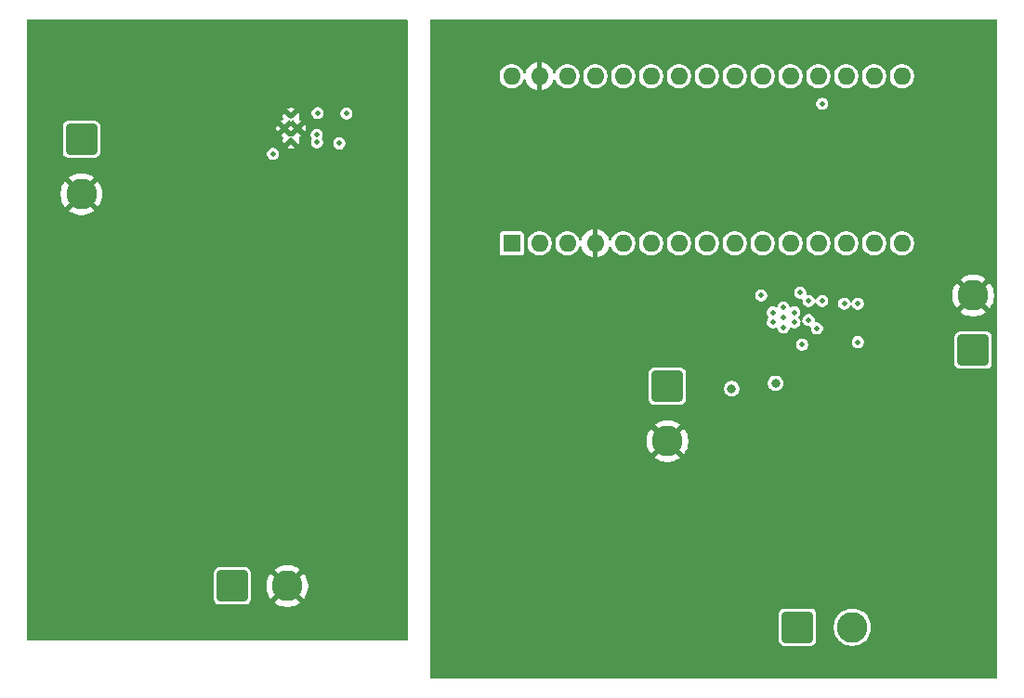
<source format=gbr>
%TF.GenerationSoftware,KiCad,Pcbnew,9.0.6*%
%TF.CreationDate,2026-01-16T13:55:08+01:00*%
%TF.ProjectId,Buck,4275636b-2e6b-4696-9361-645f70636258,rev?*%
%TF.SameCoordinates,Original*%
%TF.FileFunction,Copper,L2,Inr*%
%TF.FilePolarity,Positive*%
%FSLAX46Y46*%
G04 Gerber Fmt 4.6, Leading zero omitted, Abs format (unit mm)*
G04 Created by KiCad (PCBNEW 9.0.6) date 2026-01-16 13:55:08*
%MOMM*%
%LPD*%
G01*
G04 APERTURE LIST*
G04 Aperture macros list*
%AMRoundRect*
0 Rectangle with rounded corners*
0 $1 Rounding radius*
0 $2 $3 $4 $5 $6 $7 $8 $9 X,Y pos of 4 corners*
0 Add a 4 corners polygon primitive as box body*
4,1,4,$2,$3,$4,$5,$6,$7,$8,$9,$2,$3,0*
0 Add four circle primitives for the rounded corners*
1,1,$1+$1,$2,$3*
1,1,$1+$1,$4,$5*
1,1,$1+$1,$6,$7*
1,1,$1+$1,$8,$9*
0 Add four rect primitives between the rounded corners*
20,1,$1+$1,$2,$3,$4,$5,0*
20,1,$1+$1,$4,$5,$6,$7,0*
20,1,$1+$1,$6,$7,$8,$9,0*
20,1,$1+$1,$8,$9,$2,$3,0*%
G04 Aperture macros list end*
%TA.AperFunction,ComponentPad*%
%ADD10RoundRect,0.250001X1.149999X-1.149999X1.149999X1.149999X-1.149999X1.149999X-1.149999X-1.149999X0*%
%TD*%
%TA.AperFunction,ComponentPad*%
%ADD11C,2.800000*%
%TD*%
%TA.AperFunction,ComponentPad*%
%ADD12C,0.499999*%
%TD*%
%TA.AperFunction,ComponentPad*%
%ADD13RoundRect,0.250001X-1.149999X-1.149999X1.149999X-1.149999X1.149999X1.149999X-1.149999X1.149999X0*%
%TD*%
%TA.AperFunction,ComponentPad*%
%ADD14RoundRect,0.250001X-1.149999X1.149999X-1.149999X-1.149999X1.149999X-1.149999X1.149999X1.149999X0*%
%TD*%
%TA.AperFunction,ComponentPad*%
%ADD15O,1.600000X1.600000*%
%TD*%
%TA.AperFunction,ComponentPad*%
%ADD16R,1.600000X1.600000*%
%TD*%
%TA.AperFunction,ViaPad*%
%ADD17C,0.600000*%
%TD*%
%TA.AperFunction,ViaPad*%
%ADD18C,0.800000*%
%TD*%
%TA.AperFunction,ViaPad*%
%ADD19C,0.500000*%
%TD*%
G04 APERTURE END LIST*
D10*
%TO.N,VIN_A*%
%TO.C,J3*%
X223500000Y-126500000D03*
D11*
%TO.N,GND*%
X223500000Y-121500000D03*
%TD*%
D12*
%TO.N,VCC_M*%
%TO.C,U3*%
X206215002Y-122587502D03*
X207190001Y-123040001D03*
X205240003Y-123040001D03*
X206215002Y-123492502D03*
X207190001Y-123945000D03*
X205240003Y-123945000D03*
X206215002Y-124397501D03*
%TD*%
D13*
%TO.N,OUTB*%
%TO.C,J5*%
X207500000Y-151750000D03*
D11*
%TO.N,OUTA*%
X212500000Y-151750000D03*
%TD*%
D14*
%TO.N,/VBAT*%
%TO.C,J4*%
X195640000Y-129790000D03*
D11*
%TO.N,GND*%
X195640000Y-134790000D03*
%TD*%
D15*
%TO.N,VIN_A*%
%TO.C,A1*%
X181440000Y-101510000D03*
%TO.N,GND*%
X183980000Y-101510000D03*
%TO.N,unconnected-(A1-~{RESET}-Pad28)*%
X186520000Y-101510000D03*
%TO.N,unconnected-(A1-+5V-Pad27)*%
X189060000Y-101510000D03*
%TO.N,unconnected-(A1-A7-Pad26)*%
X191600000Y-101510000D03*
%TO.N,unconnected-(A1-A6-Pad25)*%
X194140000Y-101510000D03*
%TO.N,unconnected-(A1-SCL{slash}A5-Pad24)*%
X196680000Y-101510000D03*
%TO.N,unconnected-(A1-SDA{slash}A4-Pad23)*%
X199220000Y-101510000D03*
%TO.N,unconnected-(A1-A3-Pad22)*%
X201760000Y-101510000D03*
%TO.N,unconnected-(A1-A2-Pad21)*%
X204300000Y-101510000D03*
%TO.N,unconnected-(A1-A1-Pad20)*%
X206840000Y-101510000D03*
%TO.N,Net-(A1-A0)*%
X209380000Y-101510000D03*
%TO.N,unconnected-(A1-AREF-Pad18)*%
X211920000Y-101510000D03*
%TO.N,unconnected-(A1-3V3-Pad17)*%
X214460000Y-101510000D03*
%TO.N,unconnected-(A1-SCK-Pad16)*%
X217000000Y-101510000D03*
%TO.N,unconnected-(A1-MISO-Pad15)*%
X217000000Y-116750000D03*
%TO.N,unconnected-(A1-MOSI-Pad14)*%
X214460000Y-116750000D03*
%TO.N,/ENA{slash}DIAGA*%
X211920000Y-116750000D03*
%TO.N,/ENB{slash}DIAGB*%
X209380000Y-116750000D03*
%TO.N,/INA_A*%
X206840000Y-116750000D03*
%TO.N,/INB_A*%
X204300000Y-116750000D03*
%TO.N,unconnected-(A1-D6-Pad9)*%
X201760000Y-116750000D03*
%TO.N,/PWM_A*%
X199220000Y-116750000D03*
%TO.N,unconnected-(A1-D4-Pad7)*%
X196680000Y-116750000D03*
%TO.N,unconnected-(A1-D3-Pad6)*%
X194140000Y-116750000D03*
%TO.N,unconnected-(A1-D2-Pad5)*%
X191600000Y-116750000D03*
%TO.N,GND*%
X189060000Y-116750000D03*
%TO.N,unconnected-(A1-~{RESET}-Pad3)*%
X186520000Y-116750000D03*
%TO.N,unconnected-(A1-RX1-Pad2)*%
X183980000Y-116750000D03*
D16*
%TO.N,unconnected-(A1-TX1-Pad1)*%
X181440000Y-116750000D03*
%TD*%
D14*
%TO.N,+24V*%
%TO.C,J1*%
X142250000Y-107250000D03*
D11*
%TO.N,GND*%
X142250000Y-112250000D03*
%TD*%
D13*
%TO.N,/VOUT*%
%TO.C,J2*%
X156000000Y-148000000D03*
D11*
%TO.N,GND*%
X161000000Y-148000000D03*
%TD*%
D12*
%TO.N,GND*%
%TO.C,U1*%
X160750002Y-106250000D03*
X161350001Y-105150000D03*
X161350001Y-107350000D03*
X161950000Y-106250000D03*
%TD*%
D17*
%TO.N,GND*%
X220722500Y-120490000D03*
X220722500Y-121240000D03*
X220722500Y-121990000D03*
X220722500Y-119740000D03*
D18*
%TO.N,/VBAT*%
X205500000Y-129500000D03*
X201500000Y-130000000D03*
D19*
%TO.N,Net-(U2-INA)*%
X207750000Y-121250000D03*
X213000000Y-125750000D03*
%TO.N,Net-(U2-ENB{slash}DIAGB)*%
X208500000Y-122000000D03*
X208500000Y-123750000D03*
%TO.N,VIN_A*%
X209750000Y-122000000D03*
X211750000Y-122250000D03*
X213000000Y-122250000D03*
%TO.N,Net-(U2-CS)*%
X209250000Y-124500000D03*
X209750000Y-104000000D03*
%TO.N,Net-(U2-INB)*%
X204172500Y-121490000D03*
X207922500Y-125990000D03*
D17*
%TO.N,GND*%
X198222500Y-134490000D03*
X198222500Y-135240000D03*
X198222500Y-135990000D03*
X198222500Y-133740000D03*
X192972500Y-133740000D03*
X192972500Y-134490000D03*
X192972500Y-135990000D03*
X192972500Y-135240000D03*
X204422500Y-144240000D03*
X205422500Y-144240000D03*
X206422500Y-144240000D03*
X212500000Y-144240000D03*
X213500000Y-144240000D03*
X214500000Y-144240000D03*
X211422500Y-125990000D03*
D18*
X183922500Y-99490000D03*
X188922500Y-118740000D03*
D17*
X202922500Y-97240000D03*
X210422500Y-97490000D03*
D18*
X162000000Y-143000000D03*
X162000000Y-140000000D03*
X142000000Y-126000000D03*
X143000000Y-117000000D03*
X142000000Y-132000000D03*
X142000000Y-116000000D03*
X140000000Y-131000000D03*
X140000000Y-123000000D03*
X142000000Y-117000000D03*
X143000000Y-119000000D03*
X140000000Y-121000000D03*
X144000000Y-130000000D03*
X164000000Y-139000000D03*
X161000000Y-145000000D03*
X150900000Y-104000000D03*
X153750000Y-104000000D03*
X140000000Y-133000000D03*
X140000000Y-126000000D03*
X144000000Y-125000000D03*
X143000000Y-123000000D03*
X164000000Y-143000000D03*
X161000000Y-142000000D03*
X140000000Y-117000000D03*
X162000000Y-145000000D03*
X143000000Y-120000000D03*
X140000000Y-118000000D03*
X162000000Y-139000000D03*
X142000000Y-131000000D03*
X141000000Y-123000000D03*
X160000000Y-144000000D03*
X140000000Y-128000000D03*
X140000000Y-122000000D03*
X143000000Y-124000000D03*
X163000000Y-144000000D03*
X142000000Y-133000000D03*
X141000000Y-127000000D03*
X140000000Y-125000000D03*
X162000000Y-142000000D03*
X141000000Y-122000000D03*
X144000000Y-123000000D03*
X142000000Y-129000000D03*
X157700000Y-112800000D03*
X161000000Y-143000000D03*
X143000000Y-129000000D03*
X164000000Y-97500000D03*
X144000000Y-131000000D03*
X164000000Y-145000000D03*
X140000000Y-124000000D03*
X140500000Y-101500000D03*
X141000000Y-128000000D03*
X144000000Y-127000000D03*
X163000000Y-141000000D03*
X160000000Y-143000000D03*
X161000000Y-139000000D03*
X141000000Y-133000000D03*
X144000000Y-120000000D03*
X141000000Y-116000000D03*
X144000000Y-132000000D03*
X141000000Y-117000000D03*
X142000000Y-130000000D03*
X143000000Y-133000000D03*
X143000000Y-127000000D03*
X144000000Y-124000000D03*
X163000000Y-142000000D03*
X160000000Y-142000000D03*
X143000000Y-125000000D03*
X164000000Y-142000000D03*
X144000000Y-117000000D03*
X142000000Y-118000000D03*
X141000000Y-125000000D03*
X142000000Y-128000000D03*
X142000000Y-120000000D03*
X162900000Y-108700000D03*
X163000000Y-140000000D03*
X141000000Y-130000000D03*
X164000000Y-98500000D03*
X163000000Y-139000000D03*
X162000000Y-141000000D03*
X161000000Y-144000000D03*
X144000000Y-121000000D03*
X144000000Y-118000000D03*
X144000000Y-129000000D03*
X141000000Y-121000000D03*
X164000000Y-144000000D03*
X143000000Y-122000000D03*
X143000000Y-126000000D03*
X160000000Y-141000000D03*
X141000000Y-118000000D03*
X142000000Y-119000000D03*
X142000000Y-122000000D03*
X143000000Y-118000000D03*
X156300000Y-111500000D03*
X160000000Y-139000000D03*
X142000000Y-127000000D03*
X163000000Y-143000000D03*
X164000000Y-141000000D03*
X143000000Y-128000000D03*
X141000000Y-132000000D03*
X144000000Y-119000000D03*
X141000000Y-129000000D03*
X140500000Y-100500000D03*
X163000000Y-145000000D03*
X143000000Y-131000000D03*
X142000000Y-125000000D03*
X144000000Y-128000000D03*
X140000000Y-132000000D03*
X162000000Y-144000000D03*
X142000000Y-123000000D03*
X141000000Y-120000000D03*
X141000000Y-124000000D03*
X160000000Y-140000000D03*
X144000000Y-122000000D03*
X140000000Y-119000000D03*
X143000000Y-116000000D03*
X143000000Y-121000000D03*
X143000000Y-132000000D03*
X160000000Y-145000000D03*
X140000000Y-127000000D03*
X142000000Y-124000000D03*
X141000000Y-131000000D03*
X161000000Y-140000000D03*
X164000000Y-140000000D03*
X144000000Y-133000000D03*
X144000000Y-116000000D03*
X161000000Y-141000000D03*
X140000000Y-120000000D03*
X143000000Y-130000000D03*
X142000000Y-121000000D03*
X140000000Y-116000000D03*
X141000000Y-126000000D03*
X140000000Y-130000000D03*
X144000000Y-126000000D03*
X141000000Y-119000000D03*
X168250000Y-106250000D03*
X140000000Y-129000000D03*
D19*
%TO.N,/SYNCIN*%
X159700000Y-108600000D03*
X163696157Y-106838448D03*
%TO.N,/LG*%
X165750000Y-107625000D03*
X163706476Y-107538372D03*
%TO.N,/HG*%
X163772965Y-104860139D03*
X166391248Y-104908752D03*
%TD*%
%TA.AperFunction,Conductor*%
%TO.N,GND*%
G36*
X171943039Y-96320185D02*
G01*
X171988794Y-96372989D01*
X172000000Y-96424500D01*
X172000000Y-152876000D01*
X171980315Y-152943039D01*
X171927511Y-152988794D01*
X171876000Y-153000000D01*
X137424500Y-153000000D01*
X137357461Y-152980315D01*
X137311706Y-152927511D01*
X137300500Y-152876000D01*
X137300500Y-146806900D01*
X154299500Y-146806900D01*
X154299500Y-149193091D01*
X154310123Y-149281562D01*
X154365639Y-149422342D01*
X154365640Y-149422344D01*
X154457077Y-149542922D01*
X154577655Y-149634359D01*
X154577658Y-149634361D01*
X154718436Y-149689876D01*
X154806901Y-149700500D01*
X157193098Y-149700499D01*
X157281564Y-149689876D01*
X157422342Y-149634361D01*
X157542922Y-149542922D01*
X157634361Y-149422342D01*
X157689876Y-149281564D01*
X157700500Y-149193099D01*
X157700499Y-147875466D01*
X159100000Y-147875466D01*
X159100000Y-148124533D01*
X159132508Y-148371463D01*
X159196973Y-148612049D01*
X159292283Y-148842148D01*
X159292288Y-148842159D01*
X159416813Y-149057841D01*
X159416819Y-149057849D01*
X159491400Y-149155045D01*
X160398958Y-148247487D01*
X160423978Y-148307890D01*
X160495112Y-148414351D01*
X160585649Y-148504888D01*
X160692110Y-148576022D01*
X160752511Y-148601041D01*
X159844953Y-149508598D01*
X159942150Y-149583180D01*
X159942158Y-149583186D01*
X160157840Y-149707711D01*
X160157851Y-149707716D01*
X160387950Y-149803026D01*
X160628536Y-149867491D01*
X160875466Y-149900000D01*
X161124534Y-149900000D01*
X161371463Y-149867491D01*
X161612049Y-149803026D01*
X161842148Y-149707716D01*
X161842159Y-149707711D01*
X162057855Y-149583178D01*
X162155045Y-149508600D01*
X162155045Y-149508597D01*
X161247488Y-148601041D01*
X161307890Y-148576022D01*
X161414351Y-148504888D01*
X161504888Y-148414351D01*
X161576022Y-148307890D01*
X161601041Y-148247489D01*
X162508597Y-149155045D01*
X162508600Y-149155045D01*
X162583178Y-149057855D01*
X162707711Y-148842159D01*
X162707716Y-148842148D01*
X162803026Y-148612049D01*
X162867491Y-148371463D01*
X162900000Y-148124533D01*
X162900000Y-147875466D01*
X162867491Y-147628536D01*
X162803026Y-147387950D01*
X162707716Y-147157851D01*
X162707711Y-147157840D01*
X162583186Y-146942158D01*
X162583180Y-146942150D01*
X162508598Y-146844953D01*
X161601041Y-147752510D01*
X161576022Y-147692110D01*
X161504888Y-147585649D01*
X161414351Y-147495112D01*
X161307890Y-147423978D01*
X161247487Y-147398957D01*
X162155045Y-146491400D01*
X162057849Y-146416819D01*
X162057841Y-146416813D01*
X161842159Y-146292288D01*
X161842148Y-146292283D01*
X161612049Y-146196973D01*
X161371463Y-146132508D01*
X161124534Y-146100000D01*
X160875466Y-146100000D01*
X160628536Y-146132508D01*
X160387950Y-146196973D01*
X160157851Y-146292283D01*
X160157847Y-146292285D01*
X159942143Y-146416823D01*
X159844953Y-146491399D01*
X159844953Y-146491400D01*
X160752511Y-147398958D01*
X160692110Y-147423978D01*
X160585649Y-147495112D01*
X160495112Y-147585649D01*
X160423978Y-147692110D01*
X160398958Y-147752511D01*
X159491400Y-146844953D01*
X159491399Y-146844953D01*
X159416823Y-146942143D01*
X159292285Y-147157847D01*
X159292283Y-147157851D01*
X159196973Y-147387950D01*
X159132508Y-147628536D01*
X159100000Y-147875466D01*
X157700499Y-147875466D01*
X157700499Y-146806902D01*
X157689876Y-146718436D01*
X157634361Y-146577658D01*
X157634359Y-146577655D01*
X157542922Y-146457077D01*
X157422344Y-146365640D01*
X157422342Y-146365639D01*
X157281564Y-146310124D01*
X157281561Y-146310123D01*
X157193099Y-146299500D01*
X154806908Y-146299500D01*
X154718437Y-146310123D01*
X154577657Y-146365639D01*
X154577655Y-146365640D01*
X154457077Y-146457077D01*
X154365640Y-146577655D01*
X154310124Y-146718437D01*
X154310123Y-146718438D01*
X154299500Y-146806900D01*
X137300500Y-146806900D01*
X137300500Y-112125466D01*
X140350000Y-112125466D01*
X140350000Y-112374533D01*
X140382508Y-112621463D01*
X140446973Y-112862049D01*
X140542283Y-113092148D01*
X140542288Y-113092159D01*
X140666813Y-113307841D01*
X140666819Y-113307849D01*
X140741400Y-113405045D01*
X141648958Y-112497487D01*
X141673978Y-112557890D01*
X141745112Y-112664351D01*
X141835649Y-112754888D01*
X141942110Y-112826022D01*
X142002511Y-112851041D01*
X141094953Y-113758598D01*
X141192150Y-113833180D01*
X141192158Y-113833186D01*
X141407840Y-113957711D01*
X141407851Y-113957716D01*
X141637950Y-114053026D01*
X141878536Y-114117491D01*
X142125466Y-114150000D01*
X142374534Y-114150000D01*
X142621463Y-114117491D01*
X142862049Y-114053026D01*
X143092148Y-113957716D01*
X143092159Y-113957711D01*
X143307855Y-113833178D01*
X143405045Y-113758600D01*
X143405045Y-113758597D01*
X142497488Y-112851041D01*
X142557890Y-112826022D01*
X142664351Y-112754888D01*
X142754888Y-112664351D01*
X142826022Y-112557890D01*
X142851041Y-112497489D01*
X143758597Y-113405045D01*
X143758600Y-113405045D01*
X143833178Y-113307855D01*
X143957711Y-113092159D01*
X143957716Y-113092148D01*
X144053026Y-112862049D01*
X144117491Y-112621463D01*
X144150000Y-112374533D01*
X144150000Y-112125466D01*
X144117491Y-111878536D01*
X144053026Y-111637950D01*
X143957716Y-111407851D01*
X143957711Y-111407840D01*
X143833186Y-111192158D01*
X143833180Y-111192150D01*
X143758598Y-111094953D01*
X142851041Y-112002510D01*
X142826022Y-111942110D01*
X142754888Y-111835649D01*
X142664351Y-111745112D01*
X142557890Y-111673978D01*
X142497487Y-111648957D01*
X143405045Y-110741400D01*
X143307849Y-110666819D01*
X143307841Y-110666813D01*
X143092159Y-110542288D01*
X143092148Y-110542283D01*
X142862049Y-110446973D01*
X142621463Y-110382508D01*
X142374534Y-110350000D01*
X142125466Y-110350000D01*
X141878536Y-110382508D01*
X141637950Y-110446973D01*
X141407851Y-110542283D01*
X141407847Y-110542285D01*
X141192143Y-110666823D01*
X141094953Y-110741399D01*
X141094953Y-110741400D01*
X142002511Y-111648958D01*
X141942110Y-111673978D01*
X141835649Y-111745112D01*
X141745112Y-111835649D01*
X141673978Y-111942110D01*
X141648958Y-112002511D01*
X140741400Y-111094953D01*
X140741399Y-111094953D01*
X140666823Y-111192143D01*
X140542285Y-111407847D01*
X140542283Y-111407851D01*
X140446973Y-111637950D01*
X140382508Y-111878536D01*
X140350000Y-112125466D01*
X137300500Y-112125466D01*
X137300500Y-106056900D01*
X140549500Y-106056900D01*
X140549500Y-108443091D01*
X140560123Y-108531562D01*
X140615639Y-108672342D01*
X140615640Y-108672344D01*
X140707077Y-108792922D01*
X140827655Y-108884359D01*
X140827658Y-108884361D01*
X140968436Y-108939876D01*
X141056901Y-108950500D01*
X143443098Y-108950499D01*
X143531564Y-108939876D01*
X143672342Y-108884361D01*
X143792922Y-108792922D01*
X143884361Y-108672342D01*
X143939876Y-108531564D01*
X143940361Y-108527525D01*
X159149500Y-108527525D01*
X159149500Y-108672475D01*
X159181774Y-108792922D01*
X159187017Y-108812488D01*
X159259488Y-108938011D01*
X159259490Y-108938013D01*
X159259491Y-108938015D01*
X159361985Y-109040509D01*
X159361986Y-109040510D01*
X159361988Y-109040511D01*
X159487511Y-109112982D01*
X159487512Y-109112982D01*
X159487515Y-109112984D01*
X159627525Y-109150500D01*
X159627528Y-109150500D01*
X159772472Y-109150500D01*
X159772475Y-109150500D01*
X159912485Y-109112984D01*
X160038015Y-109040509D01*
X160140509Y-108938015D01*
X160212984Y-108812485D01*
X160250500Y-108672475D01*
X160250500Y-108527525D01*
X160212984Y-108387515D01*
X160140509Y-108261985D01*
X160038015Y-108159491D01*
X159934972Y-108099999D01*
X159924840Y-108094149D01*
X159924837Y-108094146D01*
X159912492Y-108087018D01*
X159912489Y-108087017D01*
X159901006Y-108083940D01*
X159772475Y-108049500D01*
X159627525Y-108049500D01*
X159498993Y-108083940D01*
X159487511Y-108087017D01*
X159361988Y-108159488D01*
X159361982Y-108159493D01*
X159259493Y-108261982D01*
X159259488Y-108261988D01*
X159187017Y-108387511D01*
X159187016Y-108387515D01*
X159149500Y-108527525D01*
X143940361Y-108527525D01*
X143950500Y-108443099D01*
X143950500Y-108027576D01*
X161025974Y-108027576D01*
X161131233Y-108071176D01*
X161131241Y-108071178D01*
X161276128Y-108099998D01*
X161276132Y-108099999D01*
X161423870Y-108099999D01*
X161423873Y-108099998D01*
X161568760Y-108071178D01*
X161568768Y-108071176D01*
X161674026Y-108027576D01*
X161350002Y-107703552D01*
X161350001Y-107703552D01*
X161025974Y-108027576D01*
X143950500Y-108027576D01*
X143950499Y-106927576D01*
X160425975Y-106927576D01*
X160531235Y-106971176D01*
X160534867Y-106971899D01*
X160536595Y-106972802D01*
X160537067Y-106972946D01*
X160537039Y-106973035D01*
X160596781Y-107004279D01*
X160631359Y-107064992D01*
X160629481Y-107125152D01*
X160630012Y-107125258D01*
X160629378Y-107128443D01*
X160629345Y-107129514D01*
X160628823Y-107131233D01*
X160600002Y-107276127D01*
X160600002Y-107423872D01*
X160628821Y-107568759D01*
X160628824Y-107568768D01*
X160672422Y-107674024D01*
X161085543Y-107260904D01*
X161146866Y-107227419D01*
X161216557Y-107232403D01*
X161260905Y-107260904D01*
X161278159Y-107278158D01*
X161263869Y-107292448D01*
X161248401Y-107329791D01*
X161248401Y-107370209D01*
X161263869Y-107407552D01*
X161292449Y-107436132D01*
X161329792Y-107451600D01*
X161370210Y-107451600D01*
X161407553Y-107436132D01*
X161436133Y-107407552D01*
X161451601Y-107370209D01*
X161451601Y-107329791D01*
X161436133Y-107292448D01*
X161421842Y-107278157D01*
X161439094Y-107260905D01*
X161500417Y-107227420D01*
X161570109Y-107232404D01*
X161614457Y-107260905D01*
X162027577Y-107674025D01*
X162071177Y-107568767D01*
X162071179Y-107568759D01*
X162099999Y-107423872D01*
X162100000Y-107423869D01*
X162100000Y-107276131D01*
X162099999Y-107276127D01*
X162071180Y-107131243D01*
X162070660Y-107129528D01*
X162070651Y-107128583D01*
X162069990Y-107125258D01*
X162070620Y-107125132D01*
X162070028Y-107059661D01*
X162107268Y-107000544D01*
X162162945Y-106972982D01*
X162162935Y-106972946D01*
X162163151Y-106972880D01*
X162165136Y-106971898D01*
X162168770Y-106971175D01*
X162274025Y-106927576D01*
X162191976Y-106845527D01*
X162112422Y-106765973D01*
X163145657Y-106765973D01*
X163145657Y-106910923D01*
X163170672Y-107004279D01*
X163183174Y-107050936D01*
X163231908Y-107135346D01*
X163248381Y-107203246D01*
X163231909Y-107259345D01*
X163193493Y-107325884D01*
X163193493Y-107325885D01*
X163193492Y-107325887D01*
X163155976Y-107465897D01*
X163155976Y-107610847D01*
X163180817Y-107703552D01*
X163193493Y-107750860D01*
X163265964Y-107876383D01*
X163265966Y-107876385D01*
X163265967Y-107876387D01*
X163368461Y-107978881D01*
X163368462Y-107978882D01*
X163368464Y-107978883D01*
X163493987Y-108051354D01*
X163493988Y-108051354D01*
X163493991Y-108051356D01*
X163634001Y-108088872D01*
X163634004Y-108088872D01*
X163778948Y-108088872D01*
X163778951Y-108088872D01*
X163918961Y-108051356D01*
X164044491Y-107978881D01*
X164146985Y-107876387D01*
X164219460Y-107750857D01*
X164256976Y-107610847D01*
X164256976Y-107552525D01*
X165199500Y-107552525D01*
X165199500Y-107697475D01*
X165213804Y-107750857D01*
X165237017Y-107837488D01*
X165309488Y-107963011D01*
X165309490Y-107963013D01*
X165309491Y-107963015D01*
X165411985Y-108065509D01*
X165411986Y-108065510D01*
X165411988Y-108065511D01*
X165537511Y-108137982D01*
X165537512Y-108137982D01*
X165537515Y-108137984D01*
X165677525Y-108175500D01*
X165677528Y-108175500D01*
X165822472Y-108175500D01*
X165822475Y-108175500D01*
X165962485Y-108137984D01*
X166088015Y-108065509D01*
X166190509Y-107963015D01*
X166262984Y-107837485D01*
X166300500Y-107697475D01*
X166300500Y-107552525D01*
X166262984Y-107412515D01*
X166226890Y-107349999D01*
X166190511Y-107286988D01*
X166190506Y-107286982D01*
X166088017Y-107184493D01*
X166088011Y-107184488D01*
X165962488Y-107112017D01*
X165962489Y-107112017D01*
X165951006Y-107108940D01*
X165822475Y-107074500D01*
X165677525Y-107074500D01*
X165548993Y-107108940D01*
X165537511Y-107112017D01*
X165411988Y-107184488D01*
X165411982Y-107184493D01*
X165309493Y-107286982D01*
X165309488Y-107286988D01*
X165237017Y-107412511D01*
X165237016Y-107412515D01*
X165199500Y-107552525D01*
X164256976Y-107552525D01*
X164256976Y-107465897D01*
X164219460Y-107325887D01*
X164170722Y-107241471D01*
X164154250Y-107173574D01*
X164170722Y-107117475D01*
X164209141Y-107050933D01*
X164246657Y-106910923D01*
X164246657Y-106765973D01*
X164209141Y-106625963D01*
X164179154Y-106574025D01*
X164136668Y-106500436D01*
X164136663Y-106500430D01*
X164034174Y-106397941D01*
X164034168Y-106397936D01*
X163908645Y-106325465D01*
X163908646Y-106325465D01*
X163897163Y-106322388D01*
X163768632Y-106287948D01*
X163623682Y-106287948D01*
X163495150Y-106322388D01*
X163483668Y-106325465D01*
X163358145Y-106397936D01*
X163358139Y-106397941D01*
X163255650Y-106500430D01*
X163255645Y-106500436D01*
X163183174Y-106625959D01*
X163183173Y-106625963D01*
X163145657Y-106765973D01*
X162112422Y-106765973D01*
X161950000Y-106603552D01*
X161592204Y-106961348D01*
X161530881Y-106994833D01*
X161461189Y-106989849D01*
X161416842Y-106961348D01*
X161350001Y-106894507D01*
X161283160Y-106961348D01*
X161221837Y-106994832D01*
X161152145Y-106989848D01*
X161107798Y-106961347D01*
X160750003Y-106603552D01*
X160750002Y-106603552D01*
X160425975Y-106927576D01*
X143950499Y-106927576D01*
X143950499Y-106176127D01*
X160000003Y-106176127D01*
X160000003Y-106323872D01*
X160028822Y-106468759D01*
X160028825Y-106468768D01*
X160072423Y-106574024D01*
X160396450Y-106250000D01*
X160376241Y-106229791D01*
X160648402Y-106229791D01*
X160648402Y-106270209D01*
X160663870Y-106307552D01*
X160692450Y-106336132D01*
X160729793Y-106351600D01*
X160770211Y-106351600D01*
X160807554Y-106336132D01*
X160836134Y-106307552D01*
X160851602Y-106270209D01*
X160851602Y-106250000D01*
X161103554Y-106250000D01*
X161350001Y-106496447D01*
X161596448Y-106250000D01*
X161576239Y-106229791D01*
X161848400Y-106229791D01*
X161848400Y-106270209D01*
X161863868Y-106307552D01*
X161892448Y-106336132D01*
X161929791Y-106351600D01*
X161970209Y-106351600D01*
X162007552Y-106336132D01*
X162036132Y-106307552D01*
X162051600Y-106270209D01*
X162051600Y-106249999D01*
X162303552Y-106249999D01*
X162303552Y-106250001D01*
X162627576Y-106574025D01*
X162671176Y-106468767D01*
X162671178Y-106468759D01*
X162699998Y-106323872D01*
X162699999Y-106323869D01*
X162699999Y-106176131D01*
X162699998Y-106176127D01*
X162671178Y-106031240D01*
X162671176Y-106031232D01*
X162627576Y-105925973D01*
X162303552Y-106249999D01*
X162051600Y-106249999D01*
X162051600Y-106229791D01*
X162036132Y-106192448D01*
X162007552Y-106163868D01*
X161970209Y-106148400D01*
X161929791Y-106148400D01*
X161892448Y-106163868D01*
X161863868Y-106192448D01*
X161848400Y-106229791D01*
X161576239Y-106229791D01*
X161350001Y-106003553D01*
X161103554Y-106250000D01*
X160851602Y-106250000D01*
X160851602Y-106229791D01*
X160836134Y-106192448D01*
X160807554Y-106163868D01*
X160770211Y-106148400D01*
X160729793Y-106148400D01*
X160692450Y-106163868D01*
X160663870Y-106192448D01*
X160648402Y-106229791D01*
X160376241Y-106229791D01*
X160072424Y-105925974D01*
X160028824Y-106031236D01*
X160028822Y-106031240D01*
X160000003Y-106176127D01*
X143950499Y-106176127D01*
X143950499Y-106056902D01*
X143939876Y-105968436D01*
X143884361Y-105827658D01*
X143884359Y-105827655D01*
X143792922Y-105707077D01*
X143672344Y-105615640D01*
X143672342Y-105615639D01*
X143562750Y-105572422D01*
X160425976Y-105572422D01*
X160750002Y-105896448D01*
X161107798Y-105538652D01*
X161169121Y-105505167D01*
X161238813Y-105510151D01*
X161283160Y-105538652D01*
X161350001Y-105605493D01*
X161416842Y-105538652D01*
X161478165Y-105505167D01*
X161547857Y-105510151D01*
X161592204Y-105538652D01*
X161950000Y-105896448D01*
X161950001Y-105896448D01*
X162274025Y-105572422D01*
X162168768Y-105528823D01*
X162168760Y-105528821D01*
X162165124Y-105528098D01*
X162163394Y-105527193D01*
X162162932Y-105527053D01*
X162162958Y-105526965D01*
X162103213Y-105495713D01*
X162068639Y-105434997D01*
X162070523Y-105374848D01*
X162069990Y-105374742D01*
X162070627Y-105371537D01*
X162070661Y-105370466D01*
X162071181Y-105368749D01*
X162099999Y-105223872D01*
X162100000Y-105223869D01*
X162100000Y-105076131D01*
X162099999Y-105076127D01*
X162071179Y-104931240D01*
X162071177Y-104931232D01*
X162027999Y-104826990D01*
X162027577Y-104825973D01*
X161614457Y-105239094D01*
X161553134Y-105272579D01*
X161483442Y-105267595D01*
X161439095Y-105239094D01*
X161421843Y-105221842D01*
X161436133Y-105207552D01*
X161451601Y-105170209D01*
X161451601Y-105129791D01*
X161436133Y-105092448D01*
X161407553Y-105063868D01*
X161370210Y-105048400D01*
X161329792Y-105048400D01*
X161292449Y-105063868D01*
X161263869Y-105092448D01*
X161248401Y-105129791D01*
X161248401Y-105170209D01*
X161263869Y-105207552D01*
X161278159Y-105221842D01*
X161260906Y-105239095D01*
X161199583Y-105272580D01*
X161129891Y-105267596D01*
X161085544Y-105239095D01*
X160672423Y-104825974D01*
X160628823Y-104931236D01*
X160628821Y-104931240D01*
X160600002Y-105076127D01*
X160600002Y-105223872D01*
X160628822Y-105368762D01*
X160629344Y-105370481D01*
X160629352Y-105371426D01*
X160630012Y-105374742D01*
X160629383Y-105374867D01*
X160629971Y-105440348D01*
X160592725Y-105499462D01*
X160537059Y-105527018D01*
X160537070Y-105527053D01*
X160536863Y-105527115D01*
X160534879Y-105528098D01*
X160531238Y-105528822D01*
X160425976Y-105572422D01*
X143562750Y-105572422D01*
X143531564Y-105560124D01*
X143531561Y-105560123D01*
X143443099Y-105549500D01*
X141056908Y-105549500D01*
X140968437Y-105560123D01*
X140827657Y-105615639D01*
X140827655Y-105615640D01*
X140707077Y-105707077D01*
X140615640Y-105827655D01*
X140560124Y-105968437D01*
X140560123Y-105968438D01*
X140549500Y-106056900D01*
X137300500Y-106056900D01*
X137300500Y-104472422D01*
X161025975Y-104472422D01*
X161350001Y-104796448D01*
X161350002Y-104796448D01*
X161358786Y-104787664D01*
X163222465Y-104787664D01*
X163222465Y-104932614D01*
X163253490Y-105048400D01*
X163259982Y-105072627D01*
X163332453Y-105198150D01*
X163332455Y-105198152D01*
X163332456Y-105198154D01*
X163434950Y-105300648D01*
X163434951Y-105300649D01*
X163434953Y-105300650D01*
X163560476Y-105373121D01*
X163560477Y-105373121D01*
X163560480Y-105373123D01*
X163700490Y-105410639D01*
X163700493Y-105410639D01*
X163845437Y-105410639D01*
X163845440Y-105410639D01*
X163985450Y-105373123D01*
X164110980Y-105300648D01*
X164213474Y-105198154D01*
X164285949Y-105072624D01*
X164323465Y-104932614D01*
X164323465Y-104836277D01*
X165840748Y-104836277D01*
X165840748Y-104981227D01*
X165862892Y-105063868D01*
X165878265Y-105121240D01*
X165950736Y-105246763D01*
X165950738Y-105246765D01*
X165950739Y-105246767D01*
X166053233Y-105349261D01*
X166053234Y-105349262D01*
X166053236Y-105349263D01*
X166178759Y-105421734D01*
X166178760Y-105421734D01*
X166178763Y-105421736D01*
X166318773Y-105459252D01*
X166318776Y-105459252D01*
X166463720Y-105459252D01*
X166463723Y-105459252D01*
X166603733Y-105421736D01*
X166729263Y-105349261D01*
X166831757Y-105246767D01*
X166904232Y-105121237D01*
X166941748Y-104981227D01*
X166941748Y-104836277D01*
X166904232Y-104696267D01*
X166831757Y-104570737D01*
X166729263Y-104468243D01*
X166729261Y-104468242D01*
X166729259Y-104468240D01*
X166603736Y-104395769D01*
X166603737Y-104395769D01*
X166592254Y-104392692D01*
X166463723Y-104358252D01*
X166318773Y-104358252D01*
X166190241Y-104392692D01*
X166178759Y-104395769D01*
X166053236Y-104468240D01*
X166053230Y-104468245D01*
X165950741Y-104570734D01*
X165950736Y-104570740D01*
X165878265Y-104696263D01*
X165878264Y-104696267D01*
X165840748Y-104836277D01*
X164323465Y-104836277D01*
X164323465Y-104787664D01*
X164285949Y-104647654D01*
X164213474Y-104522124D01*
X164110980Y-104419630D01*
X164110978Y-104419629D01*
X164110976Y-104419627D01*
X163985453Y-104347156D01*
X163985454Y-104347156D01*
X163973971Y-104344079D01*
X163845440Y-104309639D01*
X163700490Y-104309639D01*
X163571958Y-104344079D01*
X163560476Y-104347156D01*
X163434953Y-104419627D01*
X163434947Y-104419632D01*
X163332458Y-104522121D01*
X163332453Y-104522127D01*
X163259982Y-104647650D01*
X163259981Y-104647654D01*
X163222465Y-104787664D01*
X161358786Y-104787664D01*
X161674026Y-104472422D01*
X161568769Y-104428823D01*
X161568760Y-104428820D01*
X161423873Y-104400001D01*
X161276128Y-104400001D01*
X161131241Y-104428820D01*
X161131237Y-104428822D01*
X161025975Y-104472422D01*
X137300500Y-104472422D01*
X137300500Y-96424500D01*
X137320185Y-96357461D01*
X137372989Y-96311706D01*
X137424500Y-96300500D01*
X171876000Y-96300500D01*
X171943039Y-96320185D01*
G37*
%TD.AperFunction*%
%TD*%
%TA.AperFunction,Conductor*%
%TO.N,GND*%
G36*
X225642539Y-96320185D02*
G01*
X225688294Y-96372989D01*
X225699500Y-96424500D01*
X225699500Y-156325500D01*
X225679815Y-156392539D01*
X225627011Y-156438294D01*
X225575500Y-156449500D01*
X174124000Y-156449500D01*
X174056961Y-156429815D01*
X174011206Y-156377011D01*
X174000000Y-156325500D01*
X174000000Y-150556900D01*
X205799500Y-150556900D01*
X205799500Y-152943091D01*
X205810123Y-153031562D01*
X205865639Y-153172342D01*
X205865640Y-153172344D01*
X205957077Y-153292922D01*
X206077655Y-153384359D01*
X206077658Y-153384361D01*
X206218436Y-153439876D01*
X206306901Y-153450500D01*
X208693098Y-153450499D01*
X208781564Y-153439876D01*
X208922342Y-153384361D01*
X209042922Y-153292922D01*
X209134361Y-153172342D01*
X209189876Y-153031564D01*
X209200500Y-152943099D01*
X209200499Y-151638549D01*
X210799500Y-151638549D01*
X210799500Y-151861450D01*
X210799501Y-151861466D01*
X210828594Y-152082452D01*
X210828595Y-152082457D01*
X210828596Y-152082463D01*
X210828597Y-152082465D01*
X210886290Y-152297780D01*
X210886293Y-152297790D01*
X210971593Y-152503722D01*
X210971595Y-152503726D01*
X211083052Y-152696774D01*
X211083057Y-152696780D01*
X211083058Y-152696782D01*
X211218751Y-152873622D01*
X211218757Y-152873629D01*
X211376370Y-153031242D01*
X211376377Y-153031248D01*
X211376789Y-153031564D01*
X211553226Y-153166948D01*
X211746274Y-153278405D01*
X211952219Y-153363710D01*
X212167537Y-153421404D01*
X212388543Y-153450500D01*
X212388550Y-153450500D01*
X212611450Y-153450500D01*
X212611457Y-153450500D01*
X212832463Y-153421404D01*
X213047781Y-153363710D01*
X213253726Y-153278405D01*
X213446774Y-153166948D01*
X213623624Y-153031247D01*
X213781247Y-152873624D01*
X213916948Y-152696774D01*
X214028405Y-152503726D01*
X214113710Y-152297781D01*
X214171404Y-152082463D01*
X214200500Y-151861457D01*
X214200500Y-151638543D01*
X214171404Y-151417537D01*
X214113710Y-151202219D01*
X214028405Y-150996274D01*
X213916948Y-150803226D01*
X213781247Y-150626376D01*
X213781242Y-150626370D01*
X213623629Y-150468757D01*
X213623622Y-150468751D01*
X213446782Y-150333058D01*
X213446780Y-150333057D01*
X213446774Y-150333052D01*
X213253726Y-150221595D01*
X213253722Y-150221593D01*
X213047790Y-150136293D01*
X213047783Y-150136291D01*
X213047781Y-150136290D01*
X212832463Y-150078596D01*
X212832457Y-150078595D01*
X212832452Y-150078594D01*
X212611466Y-150049501D01*
X212611463Y-150049500D01*
X212611457Y-150049500D01*
X212388543Y-150049500D01*
X212388537Y-150049500D01*
X212388533Y-150049501D01*
X212167547Y-150078594D01*
X212167540Y-150078595D01*
X212167537Y-150078596D01*
X212029290Y-150115639D01*
X211952219Y-150136290D01*
X211952209Y-150136293D01*
X211746277Y-150221593D01*
X211746273Y-150221595D01*
X211553226Y-150333052D01*
X211553217Y-150333058D01*
X211376377Y-150468751D01*
X211376370Y-150468757D01*
X211218757Y-150626370D01*
X211218751Y-150626377D01*
X211083058Y-150803217D01*
X211083052Y-150803226D01*
X210971595Y-150996273D01*
X210971593Y-150996277D01*
X210886293Y-151202209D01*
X210886290Y-151202219D01*
X210828597Y-151417534D01*
X210828594Y-151417547D01*
X210799501Y-151638533D01*
X210799500Y-151638549D01*
X209200499Y-151638549D01*
X209200499Y-150556902D01*
X209189876Y-150468436D01*
X209134361Y-150327658D01*
X209053931Y-150221595D01*
X209042922Y-150207077D01*
X208922344Y-150115640D01*
X208922342Y-150115639D01*
X208781564Y-150060124D01*
X208781561Y-150060123D01*
X208693099Y-150049500D01*
X206306908Y-150049500D01*
X206218437Y-150060123D01*
X206077657Y-150115639D01*
X206077655Y-150115640D01*
X205957077Y-150207077D01*
X205865640Y-150327655D01*
X205810124Y-150468437D01*
X205810123Y-150468438D01*
X205799500Y-150556900D01*
X174000000Y-150556900D01*
X174000000Y-134665466D01*
X193740000Y-134665466D01*
X193740000Y-134914533D01*
X193772508Y-135161463D01*
X193836973Y-135402049D01*
X193932283Y-135632148D01*
X193932288Y-135632159D01*
X194056813Y-135847841D01*
X194056819Y-135847849D01*
X194131400Y-135945045D01*
X195038958Y-135037487D01*
X195063978Y-135097890D01*
X195135112Y-135204351D01*
X195225649Y-135294888D01*
X195332110Y-135366022D01*
X195392511Y-135391041D01*
X194484953Y-136298598D01*
X194582150Y-136373180D01*
X194582158Y-136373186D01*
X194797840Y-136497711D01*
X194797851Y-136497716D01*
X195027950Y-136593026D01*
X195268536Y-136657491D01*
X195515466Y-136690000D01*
X195764534Y-136690000D01*
X196011463Y-136657491D01*
X196252049Y-136593026D01*
X196482148Y-136497716D01*
X196482159Y-136497711D01*
X196697855Y-136373178D01*
X196795045Y-136298600D01*
X196795045Y-136298597D01*
X195887488Y-135391041D01*
X195947890Y-135366022D01*
X196054351Y-135294888D01*
X196144888Y-135204351D01*
X196216022Y-135097890D01*
X196241041Y-135037489D01*
X197148597Y-135945045D01*
X197148600Y-135945045D01*
X197223178Y-135847855D01*
X197347711Y-135632159D01*
X197347716Y-135632148D01*
X197443026Y-135402049D01*
X197507491Y-135161463D01*
X197540000Y-134914533D01*
X197540000Y-134665466D01*
X197507491Y-134418536D01*
X197443026Y-134177950D01*
X197347716Y-133947851D01*
X197347711Y-133947840D01*
X197223186Y-133732158D01*
X197223180Y-133732150D01*
X197148598Y-133634953D01*
X196241041Y-134542510D01*
X196216022Y-134482110D01*
X196144888Y-134375649D01*
X196054351Y-134285112D01*
X195947890Y-134213978D01*
X195887487Y-134188957D01*
X196795045Y-133281400D01*
X196697849Y-133206819D01*
X196697841Y-133206813D01*
X196482159Y-133082288D01*
X196482148Y-133082283D01*
X196252049Y-132986973D01*
X196011463Y-132922508D01*
X195764534Y-132890000D01*
X195515466Y-132890000D01*
X195268536Y-132922508D01*
X195027950Y-132986973D01*
X194797851Y-133082283D01*
X194797847Y-133082285D01*
X194582143Y-133206823D01*
X194484953Y-133281399D01*
X194484953Y-133281400D01*
X195392511Y-134188958D01*
X195332110Y-134213978D01*
X195225649Y-134285112D01*
X195135112Y-134375649D01*
X195063978Y-134482110D01*
X195038958Y-134542511D01*
X194131400Y-133634953D01*
X194131399Y-133634953D01*
X194056823Y-133732143D01*
X193932285Y-133947847D01*
X193932283Y-133947851D01*
X193836973Y-134177950D01*
X193772508Y-134418536D01*
X193740000Y-134665466D01*
X174000000Y-134665466D01*
X174000000Y-128596900D01*
X193939500Y-128596900D01*
X193939500Y-130983091D01*
X193950123Y-131071562D01*
X194005639Y-131212342D01*
X194005640Y-131212344D01*
X194097077Y-131332922D01*
X194217655Y-131424359D01*
X194217658Y-131424361D01*
X194358436Y-131479876D01*
X194446901Y-131490500D01*
X196833098Y-131490499D01*
X196921564Y-131479876D01*
X197062342Y-131424361D01*
X197182922Y-131332922D01*
X197274361Y-131212342D01*
X197329876Y-131071564D01*
X197340500Y-130983099D01*
X197340499Y-130068995D01*
X200799499Y-130068995D01*
X200826418Y-130204322D01*
X200826421Y-130204332D01*
X200879221Y-130331804D01*
X200879228Y-130331817D01*
X200955885Y-130446541D01*
X200955888Y-130446545D01*
X201053454Y-130544111D01*
X201053458Y-130544114D01*
X201168182Y-130620771D01*
X201168195Y-130620778D01*
X201295667Y-130673578D01*
X201295672Y-130673580D01*
X201295676Y-130673580D01*
X201295677Y-130673581D01*
X201431004Y-130700500D01*
X201431007Y-130700500D01*
X201568995Y-130700500D01*
X201660041Y-130682389D01*
X201704328Y-130673580D01*
X201831811Y-130620775D01*
X201946542Y-130544114D01*
X202044114Y-130446542D01*
X202120775Y-130331811D01*
X202173580Y-130204328D01*
X202200500Y-130068993D01*
X202200500Y-129931007D01*
X202200500Y-129931004D01*
X202173581Y-129795677D01*
X202173580Y-129795676D01*
X202173580Y-129795672D01*
X202135746Y-129704332D01*
X202120778Y-129668195D01*
X202120771Y-129668182D01*
X202054496Y-129568995D01*
X204799499Y-129568995D01*
X204826418Y-129704322D01*
X204826421Y-129704332D01*
X204879221Y-129831804D01*
X204879228Y-129831817D01*
X204955885Y-129946541D01*
X204955888Y-129946545D01*
X205053454Y-130044111D01*
X205053458Y-130044114D01*
X205168182Y-130120771D01*
X205168195Y-130120778D01*
X205295667Y-130173578D01*
X205295672Y-130173580D01*
X205295676Y-130173580D01*
X205295677Y-130173581D01*
X205431004Y-130200500D01*
X205431007Y-130200500D01*
X205568995Y-130200500D01*
X205660041Y-130182389D01*
X205704328Y-130173580D01*
X205831811Y-130120775D01*
X205946542Y-130044114D01*
X206044114Y-129946542D01*
X206120775Y-129831811D01*
X206173580Y-129704328D01*
X206200500Y-129568993D01*
X206200500Y-129431007D01*
X206200500Y-129431004D01*
X206173581Y-129295677D01*
X206173580Y-129295676D01*
X206173580Y-129295672D01*
X206173578Y-129295667D01*
X206120778Y-129168195D01*
X206120771Y-129168182D01*
X206044114Y-129053458D01*
X206044111Y-129053454D01*
X205946545Y-128955888D01*
X205946541Y-128955885D01*
X205831817Y-128879228D01*
X205831804Y-128879221D01*
X205704332Y-128826421D01*
X205704322Y-128826418D01*
X205568995Y-128799500D01*
X205568993Y-128799500D01*
X205431007Y-128799500D01*
X205431005Y-128799500D01*
X205295677Y-128826418D01*
X205295667Y-128826421D01*
X205168195Y-128879221D01*
X205168182Y-128879228D01*
X205053458Y-128955885D01*
X205053454Y-128955888D01*
X204955888Y-129053454D01*
X204955885Y-129053458D01*
X204879228Y-129168182D01*
X204879221Y-129168195D01*
X204826421Y-129295667D01*
X204826418Y-129295677D01*
X204799500Y-129431004D01*
X204799500Y-129431007D01*
X204799500Y-129568993D01*
X204799500Y-129568995D01*
X204799499Y-129568995D01*
X202054496Y-129568995D01*
X202044114Y-129553458D01*
X202044111Y-129553454D01*
X201946545Y-129455888D01*
X201946541Y-129455885D01*
X201831817Y-129379228D01*
X201831804Y-129379221D01*
X201704332Y-129326421D01*
X201704322Y-129326418D01*
X201568995Y-129299500D01*
X201568993Y-129299500D01*
X201431007Y-129299500D01*
X201431005Y-129299500D01*
X201295677Y-129326418D01*
X201295667Y-129326421D01*
X201168195Y-129379221D01*
X201168182Y-129379228D01*
X201053458Y-129455885D01*
X201053454Y-129455888D01*
X200955888Y-129553454D01*
X200955885Y-129553458D01*
X200879228Y-129668182D01*
X200879221Y-129668195D01*
X200826421Y-129795667D01*
X200826418Y-129795677D01*
X200799500Y-129931004D01*
X200799500Y-129931007D01*
X200799500Y-130068993D01*
X200799500Y-130068995D01*
X200799499Y-130068995D01*
X197340499Y-130068995D01*
X197340499Y-129704332D01*
X197340499Y-128596908D01*
X197340499Y-128596902D01*
X197329876Y-128508436D01*
X197274361Y-128367658D01*
X197274359Y-128367655D01*
X197182922Y-128247077D01*
X197062344Y-128155640D01*
X197062342Y-128155639D01*
X196921564Y-128100124D01*
X196921561Y-128100123D01*
X196833099Y-128089500D01*
X194446908Y-128089500D01*
X194358437Y-128100123D01*
X194217657Y-128155639D01*
X194217655Y-128155640D01*
X194097077Y-128247077D01*
X194005640Y-128367655D01*
X193950124Y-128508437D01*
X193950123Y-128508438D01*
X193939500Y-128596900D01*
X174000000Y-128596900D01*
X174000000Y-125917525D01*
X207372000Y-125917525D01*
X207372000Y-126062475D01*
X207406306Y-126190506D01*
X207409517Y-126202488D01*
X207481988Y-126328011D01*
X207481990Y-126328013D01*
X207481991Y-126328015D01*
X207584485Y-126430509D01*
X207584486Y-126430510D01*
X207584488Y-126430511D01*
X207710011Y-126502982D01*
X207710012Y-126502982D01*
X207710015Y-126502984D01*
X207850025Y-126540500D01*
X207850028Y-126540500D01*
X207994972Y-126540500D01*
X207994975Y-126540500D01*
X208134985Y-126502984D01*
X208260515Y-126430509D01*
X208363009Y-126328015D01*
X208435484Y-126202485D01*
X208473000Y-126062475D01*
X208473000Y-125917525D01*
X208435484Y-125777515D01*
X208435482Y-125777511D01*
X208408860Y-125731400D01*
X208408859Y-125731399D01*
X208402328Y-125720087D01*
X208377755Y-125677525D01*
X212449500Y-125677525D01*
X212449500Y-125822475D01*
X212487016Y-125962485D01*
X212487017Y-125962488D01*
X212559488Y-126088011D01*
X212559490Y-126088013D01*
X212559491Y-126088015D01*
X212661985Y-126190509D01*
X212661986Y-126190510D01*
X212661988Y-126190511D01*
X212787511Y-126262982D01*
X212787512Y-126262982D01*
X212787515Y-126262984D01*
X212927525Y-126300500D01*
X212927528Y-126300500D01*
X213072472Y-126300500D01*
X213072475Y-126300500D01*
X213212485Y-126262984D01*
X213338015Y-126190509D01*
X213440509Y-126088015D01*
X213512984Y-125962485D01*
X213550500Y-125822475D01*
X213550500Y-125677525D01*
X213512984Y-125537515D01*
X213478055Y-125477017D01*
X213440511Y-125411988D01*
X213440506Y-125411982D01*
X213338017Y-125309493D01*
X213338011Y-125309488D01*
X213333528Y-125306900D01*
X221799500Y-125306900D01*
X221799500Y-127693091D01*
X221810123Y-127781562D01*
X221865639Y-127922342D01*
X221865640Y-127922344D01*
X221957077Y-128042922D01*
X222077655Y-128134359D01*
X222077658Y-128134361D01*
X222218436Y-128189876D01*
X222306901Y-128200500D01*
X224693098Y-128200499D01*
X224781564Y-128189876D01*
X224922342Y-128134361D01*
X225042922Y-128042922D01*
X225134361Y-127922342D01*
X225189876Y-127781564D01*
X225200500Y-127693099D01*
X225200499Y-125306902D01*
X225189876Y-125218436D01*
X225134361Y-125077658D01*
X225134359Y-125077655D01*
X225042922Y-124957077D01*
X224922344Y-124865640D01*
X224922342Y-124865639D01*
X224781564Y-124810124D01*
X224781561Y-124810123D01*
X224693099Y-124799500D01*
X222306908Y-124799500D01*
X222218437Y-124810123D01*
X222077657Y-124865639D01*
X222077655Y-124865640D01*
X221957077Y-124957077D01*
X221865640Y-125077655D01*
X221865639Y-125077658D01*
X221817592Y-125199500D01*
X221810124Y-125218437D01*
X221810123Y-125218438D01*
X221799500Y-125306900D01*
X213333528Y-125306900D01*
X213212488Y-125237017D01*
X213212489Y-125237017D01*
X213201006Y-125233940D01*
X213072475Y-125199500D01*
X212927525Y-125199500D01*
X212798993Y-125233940D01*
X212787511Y-125237017D01*
X212661988Y-125309488D01*
X212661982Y-125309493D01*
X212559493Y-125411982D01*
X212559488Y-125411988D01*
X212487017Y-125537511D01*
X212487016Y-125537515D01*
X212449500Y-125677525D01*
X208377755Y-125677525D01*
X208363009Y-125651985D01*
X208260515Y-125549491D01*
X208260513Y-125549490D01*
X208260511Y-125549488D01*
X208134988Y-125477017D01*
X208134989Y-125477017D01*
X208123506Y-125473940D01*
X207994975Y-125439500D01*
X207850025Y-125439500D01*
X207721493Y-125473940D01*
X207710011Y-125477017D01*
X207584488Y-125549488D01*
X207584482Y-125549493D01*
X207481993Y-125651982D01*
X207481988Y-125651988D01*
X207409517Y-125777511D01*
X207409516Y-125777515D01*
X207372000Y-125917525D01*
X174000000Y-125917525D01*
X174000000Y-122967526D01*
X204689504Y-122967526D01*
X204689504Y-123112476D01*
X204715024Y-123207716D01*
X204727020Y-123252487D01*
X204727021Y-123252488D01*
X204799491Y-123378011D01*
X204799495Y-123378016D01*
X204826298Y-123404819D01*
X204859783Y-123466142D01*
X204854799Y-123535834D01*
X204826300Y-123580180D01*
X204799491Y-123606989D01*
X204727021Y-123732512D01*
X204727020Y-123732513D01*
X204724278Y-123742747D01*
X204689504Y-123872525D01*
X204689504Y-124017475D01*
X204708406Y-124088017D01*
X204727020Y-124157486D01*
X204727021Y-124157487D01*
X204799491Y-124283010D01*
X204799493Y-124283013D01*
X204799494Y-124283014D01*
X204901989Y-124385509D01*
X205027518Y-124457983D01*
X205167528Y-124495499D01*
X205167531Y-124495499D01*
X205312475Y-124495499D01*
X205312478Y-124495499D01*
X205452488Y-124457983D01*
X205493366Y-124434381D01*
X205561266Y-124417909D01*
X205627293Y-124440761D01*
X205670484Y-124495683D01*
X205675138Y-124509666D01*
X205675141Y-124509676D01*
X205702019Y-124609987D01*
X205702020Y-124609988D01*
X205774490Y-124735511D01*
X205774492Y-124735514D01*
X205774493Y-124735515D01*
X205876988Y-124838010D01*
X205876989Y-124838011D01*
X205876991Y-124838012D01*
X205877000Y-124838017D01*
X206002517Y-124910484D01*
X206142527Y-124948000D01*
X206142530Y-124948000D01*
X206287474Y-124948000D01*
X206287477Y-124948000D01*
X206427487Y-124910484D01*
X206553016Y-124838010D01*
X206655511Y-124735515D01*
X206727985Y-124609986D01*
X206754864Y-124509672D01*
X206791227Y-124450016D01*
X206854073Y-124419486D01*
X206923449Y-124427780D01*
X206936636Y-124434381D01*
X206977516Y-124457983D01*
X207117526Y-124495499D01*
X207117529Y-124495499D01*
X207262473Y-124495499D01*
X207262476Y-124495499D01*
X207402486Y-124457983D01*
X207528015Y-124385509D01*
X207630510Y-124283014D01*
X207702984Y-124157485D01*
X207740500Y-124017475D01*
X207740500Y-123984347D01*
X207760185Y-123917308D01*
X207812989Y-123871553D01*
X207882147Y-123861609D01*
X207945703Y-123890634D01*
X207983477Y-123949412D01*
X207984265Y-123952221D01*
X207985544Y-123956992D01*
X207987017Y-123962487D01*
X207987017Y-123962488D01*
X208059488Y-124088011D01*
X208059490Y-124088013D01*
X208059491Y-124088015D01*
X208161985Y-124190509D01*
X208161986Y-124190510D01*
X208161988Y-124190511D01*
X208287511Y-124262982D01*
X208287512Y-124262982D01*
X208287515Y-124262984D01*
X208427525Y-124300500D01*
X208427528Y-124300500D01*
X208575500Y-124300500D01*
X208642539Y-124320185D01*
X208688294Y-124372989D01*
X208699500Y-124424500D01*
X208699500Y-124427525D01*
X208699500Y-124572475D01*
X208709552Y-124609988D01*
X208737017Y-124712488D01*
X208809488Y-124838011D01*
X208809489Y-124838012D01*
X208809491Y-124838015D01*
X208911985Y-124940509D01*
X208911986Y-124940510D01*
X208911988Y-124940511D01*
X209037511Y-125012982D01*
X209037512Y-125012982D01*
X209037515Y-125012984D01*
X209177525Y-125050500D01*
X209177528Y-125050500D01*
X209322472Y-125050500D01*
X209322475Y-125050500D01*
X209462485Y-125012984D01*
X209588015Y-124940509D01*
X209690509Y-124838015D01*
X209762984Y-124712485D01*
X209800500Y-124572475D01*
X209800500Y-124427525D01*
X209762984Y-124287515D01*
X209760385Y-124283014D01*
X209690511Y-124161988D01*
X209690506Y-124161982D01*
X209588017Y-124059493D01*
X209588011Y-124059488D01*
X209462488Y-123987017D01*
X209462489Y-123987017D01*
X209451006Y-123983940D01*
X209322475Y-123949500D01*
X209177525Y-123949500D01*
X209174500Y-123949500D01*
X209107461Y-123929815D01*
X209061706Y-123877011D01*
X209050500Y-123825500D01*
X209050500Y-123677527D01*
X209050500Y-123677525D01*
X209012984Y-123537515D01*
X209012013Y-123535834D01*
X208940511Y-123411988D01*
X208940506Y-123411982D01*
X208838017Y-123309493D01*
X208838011Y-123309488D01*
X208712488Y-123237017D01*
X208712489Y-123237017D01*
X208701006Y-123233940D01*
X208572475Y-123199500D01*
X208427525Y-123199500D01*
X208298993Y-123233940D01*
X208287511Y-123237017D01*
X208161988Y-123309488D01*
X208161982Y-123309493D01*
X208059493Y-123411982D01*
X208059488Y-123411988D01*
X207987017Y-123537511D01*
X207987016Y-123537515D01*
X207949500Y-123677525D01*
X207949500Y-123677527D01*
X207949500Y-123710652D01*
X207929815Y-123777691D01*
X207877011Y-123823446D01*
X207807853Y-123833390D01*
X207744297Y-123804365D01*
X207706523Y-123745587D01*
X207705726Y-123742747D01*
X207702985Y-123732519D01*
X207702984Y-123732515D01*
X207630510Y-123606986D01*
X207603704Y-123580180D01*
X207570220Y-123518858D01*
X207575204Y-123449166D01*
X207603702Y-123404822D01*
X207630510Y-123378015D01*
X207702984Y-123252486D01*
X207740500Y-123112476D01*
X207740500Y-122967526D01*
X207702984Y-122827516D01*
X207630510Y-122701987D01*
X207528015Y-122599492D01*
X207528014Y-122599491D01*
X207528011Y-122599489D01*
X207402488Y-122527019D01*
X207402487Y-122527018D01*
X207350111Y-122512984D01*
X207262476Y-122489502D01*
X207117526Y-122489502D01*
X207029891Y-122512984D01*
X206977515Y-122527018D01*
X206936636Y-122550620D01*
X206868736Y-122567092D01*
X206802709Y-122544239D01*
X206759519Y-122489317D01*
X206754865Y-122475336D01*
X206727985Y-122375017D01*
X206655511Y-122249488D01*
X206553016Y-122146993D01*
X206553015Y-122146992D01*
X206553012Y-122146990D01*
X206427489Y-122074520D01*
X206427488Y-122074519D01*
X206392484Y-122065140D01*
X206287477Y-122037003D01*
X206142527Y-122037003D01*
X206058521Y-122059512D01*
X206002515Y-122074519D01*
X206002514Y-122074520D01*
X205876991Y-122146990D01*
X205876986Y-122146994D01*
X205774494Y-122249486D01*
X205774490Y-122249491D01*
X205702020Y-122375014D01*
X205702019Y-122375015D01*
X205675141Y-122475326D01*
X205638775Y-122534987D01*
X205575928Y-122565515D01*
X205506553Y-122557220D01*
X205493366Y-122550619D01*
X205452490Y-122527019D01*
X205452489Y-122527018D01*
X205400113Y-122512984D01*
X205312478Y-122489502D01*
X205167528Y-122489502D01*
X205083522Y-122512011D01*
X205027516Y-122527018D01*
X205027515Y-122527019D01*
X204901992Y-122599489D01*
X204901987Y-122599493D01*
X204799495Y-122701985D01*
X204799491Y-122701990D01*
X204727021Y-122827513D01*
X204727020Y-122827514D01*
X204708262Y-122897521D01*
X204689504Y-122967526D01*
X174000000Y-122967526D01*
X174000000Y-121417525D01*
X203622000Y-121417525D01*
X203622000Y-121562475D01*
X203648664Y-121661985D01*
X203659517Y-121702488D01*
X203731988Y-121828011D01*
X203731990Y-121828013D01*
X203731991Y-121828015D01*
X203834485Y-121930509D01*
X203834486Y-121930510D01*
X203834488Y-121930511D01*
X203960011Y-122002982D01*
X203960012Y-122002982D01*
X203960015Y-122002984D01*
X204100025Y-122040500D01*
X204100028Y-122040500D01*
X204244972Y-122040500D01*
X204244975Y-122040500D01*
X204384985Y-122002984D01*
X204510515Y-121930509D01*
X204613009Y-121828015D01*
X204685484Y-121702485D01*
X204723000Y-121562475D01*
X204723000Y-121417525D01*
X204685484Y-121277515D01*
X204685482Y-121277511D01*
X204658860Y-121231400D01*
X204658859Y-121231399D01*
X204636175Y-121192110D01*
X204627754Y-121177525D01*
X207199500Y-121177525D01*
X207199500Y-121322475D01*
X207233537Y-121449500D01*
X207237017Y-121462488D01*
X207309488Y-121588011D01*
X207309490Y-121588013D01*
X207309491Y-121588015D01*
X207411985Y-121690509D01*
X207411986Y-121690510D01*
X207411988Y-121690511D01*
X207537511Y-121762982D01*
X207537512Y-121762982D01*
X207537515Y-121762984D01*
X207677525Y-121800500D01*
X207677528Y-121800500D01*
X207825500Y-121800500D01*
X207892539Y-121820185D01*
X207938294Y-121872989D01*
X207949500Y-121924500D01*
X207949500Y-121927525D01*
X207949500Y-122072475D01*
X207977649Y-122177527D01*
X207987017Y-122212488D01*
X208059488Y-122338011D01*
X208059490Y-122338013D01*
X208059491Y-122338015D01*
X208161985Y-122440509D01*
X208161986Y-122440510D01*
X208161988Y-122440511D01*
X208287511Y-122512982D01*
X208287512Y-122512982D01*
X208287515Y-122512984D01*
X208427525Y-122550500D01*
X208427528Y-122550500D01*
X208572472Y-122550500D01*
X208572475Y-122550500D01*
X208712485Y-122512984D01*
X208838015Y-122440509D01*
X208940509Y-122338015D01*
X208991619Y-122249491D01*
X209017048Y-122205447D01*
X209019791Y-122207031D01*
X209054254Y-122164244D01*
X209120543Y-122142162D01*
X209188247Y-122159424D01*
X209231758Y-122206136D01*
X209232952Y-122205447D01*
X209309488Y-122338011D01*
X209309490Y-122338013D01*
X209309491Y-122338015D01*
X209411985Y-122440509D01*
X209411986Y-122440510D01*
X209411988Y-122440511D01*
X209537511Y-122512982D01*
X209537512Y-122512982D01*
X209537515Y-122512984D01*
X209677525Y-122550500D01*
X209677528Y-122550500D01*
X209822472Y-122550500D01*
X209822475Y-122550500D01*
X209962485Y-122512984D01*
X210088015Y-122440509D01*
X210190509Y-122338015D01*
X210262984Y-122212485D01*
X210272352Y-122177525D01*
X211199500Y-122177525D01*
X211199500Y-122322475D01*
X211231128Y-122440511D01*
X211237017Y-122462488D01*
X211309488Y-122588011D01*
X211309490Y-122588013D01*
X211309491Y-122588015D01*
X211411985Y-122690509D01*
X211411986Y-122690510D01*
X211411988Y-122690511D01*
X211537511Y-122762982D01*
X211537512Y-122762982D01*
X211537515Y-122762984D01*
X211677525Y-122800500D01*
X211677528Y-122800500D01*
X211822472Y-122800500D01*
X211822475Y-122800500D01*
X211962485Y-122762984D01*
X212088015Y-122690509D01*
X212190509Y-122588015D01*
X212232649Y-122515027D01*
X212267048Y-122455447D01*
X212269791Y-122457031D01*
X212304254Y-122414244D01*
X212370543Y-122392162D01*
X212438247Y-122409424D01*
X212481758Y-122456136D01*
X212482952Y-122455447D01*
X212559488Y-122588011D01*
X212559490Y-122588013D01*
X212559491Y-122588015D01*
X212661985Y-122690509D01*
X212661986Y-122690510D01*
X212661988Y-122690511D01*
X212787511Y-122762982D01*
X212787512Y-122762982D01*
X212787515Y-122762984D01*
X212927525Y-122800500D01*
X212927528Y-122800500D01*
X213072472Y-122800500D01*
X213072475Y-122800500D01*
X213212485Y-122762984D01*
X213338015Y-122690509D01*
X213440509Y-122588015D01*
X213512984Y-122462485D01*
X213550500Y-122322475D01*
X213550500Y-122177525D01*
X213512984Y-122037515D01*
X213512688Y-122037003D01*
X213440511Y-121911988D01*
X213440506Y-121911982D01*
X213338017Y-121809493D01*
X213338011Y-121809488D01*
X213212488Y-121737017D01*
X213212489Y-121737017D01*
X213184334Y-121729473D01*
X213072475Y-121699500D01*
X212927525Y-121699500D01*
X212815666Y-121729473D01*
X212787511Y-121737017D01*
X212661988Y-121809488D01*
X212661982Y-121809493D01*
X212559493Y-121911982D01*
X212559488Y-121911988D01*
X212482952Y-122044553D01*
X212480212Y-122042971D01*
X212445719Y-122085774D01*
X212379425Y-122107838D01*
X212311726Y-122090558D01*
X212268248Y-122043859D01*
X212267048Y-122044553D01*
X212190511Y-121911988D01*
X212190506Y-121911982D01*
X212088017Y-121809493D01*
X212088011Y-121809488D01*
X211962488Y-121737017D01*
X211962489Y-121737017D01*
X211934334Y-121729473D01*
X211822475Y-121699500D01*
X211677525Y-121699500D01*
X211565666Y-121729473D01*
X211537511Y-121737017D01*
X211411988Y-121809488D01*
X211411982Y-121809493D01*
X211309493Y-121911982D01*
X211309488Y-121911988D01*
X211237017Y-122037511D01*
X211237016Y-122037515D01*
X211199500Y-122177525D01*
X210272352Y-122177525D01*
X210300500Y-122072475D01*
X210300500Y-121927525D01*
X210262984Y-121787515D01*
X210233828Y-121737016D01*
X210190511Y-121661988D01*
X210190506Y-121661982D01*
X210088017Y-121559493D01*
X210088011Y-121559488D01*
X209962488Y-121487017D01*
X209962489Y-121487017D01*
X209951006Y-121483940D01*
X209822475Y-121449500D01*
X209677525Y-121449500D01*
X209548993Y-121483940D01*
X209537511Y-121487017D01*
X209411988Y-121559488D01*
X209411982Y-121559493D01*
X209309493Y-121661982D01*
X209309488Y-121661988D01*
X209232952Y-121794553D01*
X209230212Y-121792971D01*
X209195719Y-121835774D01*
X209129425Y-121857838D01*
X209061726Y-121840558D01*
X209018248Y-121793859D01*
X209017048Y-121794553D01*
X208940511Y-121661988D01*
X208940506Y-121661982D01*
X208838017Y-121559493D01*
X208838011Y-121559488D01*
X208712488Y-121487017D01*
X208712489Y-121487017D01*
X208701006Y-121483940D01*
X208572475Y-121449500D01*
X208427525Y-121449500D01*
X208424500Y-121449500D01*
X208357461Y-121429815D01*
X208311706Y-121377011D01*
X208311370Y-121375466D01*
X221600000Y-121375466D01*
X221600000Y-121624533D01*
X221632508Y-121871463D01*
X221696973Y-122112049D01*
X221792283Y-122342148D01*
X221792288Y-122342159D01*
X221916813Y-122557841D01*
X221916819Y-122557849D01*
X221991400Y-122655045D01*
X222898958Y-121747487D01*
X222923978Y-121807890D01*
X222995112Y-121914351D01*
X223085649Y-122004888D01*
X223192110Y-122076022D01*
X223252511Y-122101041D01*
X222344953Y-123008598D01*
X222442150Y-123083180D01*
X222442158Y-123083186D01*
X222657840Y-123207711D01*
X222657851Y-123207716D01*
X222887950Y-123303026D01*
X223128536Y-123367491D01*
X223375466Y-123400000D01*
X223624534Y-123400000D01*
X223871463Y-123367491D01*
X224112049Y-123303026D01*
X224342148Y-123207716D01*
X224342159Y-123207711D01*
X224557855Y-123083178D01*
X224655045Y-123008600D01*
X224655045Y-123008597D01*
X223747488Y-122101041D01*
X223807890Y-122076022D01*
X223914351Y-122004888D01*
X224004888Y-121914351D01*
X224076022Y-121807890D01*
X224101041Y-121747489D01*
X225008597Y-122655045D01*
X225008600Y-122655045D01*
X225083178Y-122557855D01*
X225207711Y-122342159D01*
X225207716Y-122342148D01*
X225303026Y-122112049D01*
X225367491Y-121871463D01*
X225400000Y-121624533D01*
X225400000Y-121375466D01*
X225367491Y-121128536D01*
X225303026Y-120887950D01*
X225207716Y-120657851D01*
X225207711Y-120657840D01*
X225083186Y-120442158D01*
X225083180Y-120442150D01*
X225008598Y-120344953D01*
X224101041Y-121252510D01*
X224076022Y-121192110D01*
X224004888Y-121085649D01*
X223914351Y-120995112D01*
X223807890Y-120923978D01*
X223747487Y-120898957D01*
X224655045Y-119991400D01*
X224557849Y-119916819D01*
X224557841Y-119916813D01*
X224342159Y-119792288D01*
X224342148Y-119792283D01*
X224112049Y-119696973D01*
X223871463Y-119632508D01*
X223624534Y-119600000D01*
X223375466Y-119600000D01*
X223128536Y-119632508D01*
X222887950Y-119696973D01*
X222657851Y-119792283D01*
X222657847Y-119792285D01*
X222442143Y-119916823D01*
X222344953Y-119991399D01*
X222344953Y-119991400D01*
X223252511Y-120898958D01*
X223192110Y-120923978D01*
X223085649Y-120995112D01*
X222995112Y-121085649D01*
X222923978Y-121192110D01*
X222898958Y-121252511D01*
X221991400Y-120344953D01*
X221991399Y-120344953D01*
X221916823Y-120442143D01*
X221792285Y-120657847D01*
X221792283Y-120657851D01*
X221696973Y-120887950D01*
X221632508Y-121128536D01*
X221600000Y-121375466D01*
X208311370Y-121375466D01*
X208300500Y-121325500D01*
X208300500Y-121177527D01*
X208300500Y-121177525D01*
X208262984Y-121037515D01*
X208228055Y-120977017D01*
X208190511Y-120911988D01*
X208190506Y-120911982D01*
X208088017Y-120809493D01*
X208088011Y-120809488D01*
X207962488Y-120737017D01*
X207962489Y-120737017D01*
X207951006Y-120733940D01*
X207822475Y-120699500D01*
X207677525Y-120699500D01*
X207548993Y-120733940D01*
X207537511Y-120737017D01*
X207411988Y-120809488D01*
X207411982Y-120809493D01*
X207309493Y-120911982D01*
X207309488Y-120911988D01*
X207237017Y-121037511D01*
X207237016Y-121037515D01*
X207199500Y-121177525D01*
X204627754Y-121177525D01*
X204613009Y-121151985D01*
X204510515Y-121049491D01*
X204510513Y-121049490D01*
X204510511Y-121049488D01*
X204384988Y-120977017D01*
X204384989Y-120977017D01*
X204373506Y-120973940D01*
X204244975Y-120939500D01*
X204100025Y-120939500D01*
X203971493Y-120973940D01*
X203960011Y-120977017D01*
X203834488Y-121049488D01*
X203834482Y-121049493D01*
X203731993Y-121151982D01*
X203731988Y-121151988D01*
X203659517Y-121277511D01*
X203659516Y-121277515D01*
X203622000Y-121417525D01*
X174000000Y-121417525D01*
X174000000Y-115905131D01*
X180339500Y-115905131D01*
X180339500Y-117594856D01*
X180339502Y-117594882D01*
X180342413Y-117619987D01*
X180342415Y-117619991D01*
X180387793Y-117722764D01*
X180387794Y-117722765D01*
X180467235Y-117802206D01*
X180570009Y-117847585D01*
X180595135Y-117850500D01*
X182284864Y-117850499D01*
X182284879Y-117850497D01*
X182284882Y-117850497D01*
X182309987Y-117847586D01*
X182309988Y-117847585D01*
X182309991Y-117847585D01*
X182412765Y-117802206D01*
X182492206Y-117722765D01*
X182537585Y-117619991D01*
X182540500Y-117594865D01*
X182540499Y-116663389D01*
X182879500Y-116663389D01*
X182879500Y-116836610D01*
X182905934Y-117003512D01*
X182906598Y-117007701D01*
X182960127Y-117172445D01*
X183038768Y-117326788D01*
X183140586Y-117466928D01*
X183263072Y-117589414D01*
X183403212Y-117691232D01*
X183557555Y-117769873D01*
X183722299Y-117823402D01*
X183893389Y-117850500D01*
X183893390Y-117850500D01*
X184066610Y-117850500D01*
X184066611Y-117850500D01*
X184237701Y-117823402D01*
X184402445Y-117769873D01*
X184556788Y-117691232D01*
X184696928Y-117589414D01*
X184819414Y-117466928D01*
X184921232Y-117326788D01*
X184999873Y-117172445D01*
X185053402Y-117007701D01*
X185080500Y-116836611D01*
X185080500Y-116663389D01*
X185419500Y-116663389D01*
X185419500Y-116836610D01*
X185445934Y-117003512D01*
X185446598Y-117007701D01*
X185500127Y-117172445D01*
X185578768Y-117326788D01*
X185680586Y-117466928D01*
X185803072Y-117589414D01*
X185943212Y-117691232D01*
X186097555Y-117769873D01*
X186262299Y-117823402D01*
X186433389Y-117850500D01*
X186433390Y-117850500D01*
X186606610Y-117850500D01*
X186606611Y-117850500D01*
X186777701Y-117823402D01*
X186942445Y-117769873D01*
X187096788Y-117691232D01*
X187236928Y-117589414D01*
X187359414Y-117466928D01*
X187461232Y-117326788D01*
X187539873Y-117172445D01*
X187567186Y-117088384D01*
X187606622Y-117030711D01*
X187670981Y-117003512D01*
X187739827Y-117015427D01*
X187791303Y-117062671D01*
X187803047Y-117088385D01*
X187855244Y-117249031D01*
X187948140Y-117431349D01*
X188068417Y-117596894D01*
X188068417Y-117596895D01*
X188213104Y-117741582D01*
X188378650Y-117861859D01*
X188560968Y-117954754D01*
X188755578Y-118017988D01*
X188810000Y-118026607D01*
X188810000Y-117183012D01*
X188867007Y-117215925D01*
X188994174Y-117250000D01*
X189125826Y-117250000D01*
X189252993Y-117215925D01*
X189310000Y-117183012D01*
X189310000Y-118026606D01*
X189364421Y-118017988D01*
X189559031Y-117954754D01*
X189741349Y-117861859D01*
X189906894Y-117741582D01*
X189906895Y-117741582D01*
X190051582Y-117596895D01*
X190051582Y-117596894D01*
X190171859Y-117431349D01*
X190264755Y-117249029D01*
X190316952Y-117088386D01*
X190356389Y-117030710D01*
X190420748Y-117003512D01*
X190489594Y-117015427D01*
X190541070Y-117062671D01*
X190552814Y-117088385D01*
X190580128Y-117172449D01*
X190658768Y-117326788D01*
X190760586Y-117466928D01*
X190883072Y-117589414D01*
X191023212Y-117691232D01*
X191177555Y-117769873D01*
X191342299Y-117823402D01*
X191513389Y-117850500D01*
X191513390Y-117850500D01*
X191686610Y-117850500D01*
X191686611Y-117850500D01*
X191857701Y-117823402D01*
X192022445Y-117769873D01*
X192176788Y-117691232D01*
X192316928Y-117589414D01*
X192439414Y-117466928D01*
X192541232Y-117326788D01*
X192619873Y-117172445D01*
X192673402Y-117007701D01*
X192700500Y-116836611D01*
X192700500Y-116663389D01*
X193039500Y-116663389D01*
X193039500Y-116836610D01*
X193065934Y-117003512D01*
X193066598Y-117007701D01*
X193120127Y-117172445D01*
X193198768Y-117326788D01*
X193300586Y-117466928D01*
X193423072Y-117589414D01*
X193563212Y-117691232D01*
X193717555Y-117769873D01*
X193882299Y-117823402D01*
X194053389Y-117850500D01*
X194053390Y-117850500D01*
X194226610Y-117850500D01*
X194226611Y-117850500D01*
X194397701Y-117823402D01*
X194562445Y-117769873D01*
X194716788Y-117691232D01*
X194856928Y-117589414D01*
X194979414Y-117466928D01*
X195081232Y-117326788D01*
X195159873Y-117172445D01*
X195213402Y-117007701D01*
X195240500Y-116836611D01*
X195240500Y-116663389D01*
X195579500Y-116663389D01*
X195579500Y-116836610D01*
X195605934Y-117003512D01*
X195606598Y-117007701D01*
X195660127Y-117172445D01*
X195738768Y-117326788D01*
X195840586Y-117466928D01*
X195963072Y-117589414D01*
X196103212Y-117691232D01*
X196257555Y-117769873D01*
X196422299Y-117823402D01*
X196593389Y-117850500D01*
X196593390Y-117850500D01*
X196766610Y-117850500D01*
X196766611Y-117850500D01*
X196937701Y-117823402D01*
X197102445Y-117769873D01*
X197256788Y-117691232D01*
X197396928Y-117589414D01*
X197519414Y-117466928D01*
X197621232Y-117326788D01*
X197699873Y-117172445D01*
X197753402Y-117007701D01*
X197780500Y-116836611D01*
X197780500Y-116663389D01*
X198119500Y-116663389D01*
X198119500Y-116836610D01*
X198145934Y-117003512D01*
X198146598Y-117007701D01*
X198200127Y-117172445D01*
X198278768Y-117326788D01*
X198380586Y-117466928D01*
X198503072Y-117589414D01*
X198643212Y-117691232D01*
X198797555Y-117769873D01*
X198962299Y-117823402D01*
X199133389Y-117850500D01*
X199133390Y-117850500D01*
X199306610Y-117850500D01*
X199306611Y-117850500D01*
X199477701Y-117823402D01*
X199642445Y-117769873D01*
X199796788Y-117691232D01*
X199936928Y-117589414D01*
X200059414Y-117466928D01*
X200161232Y-117326788D01*
X200239873Y-117172445D01*
X200293402Y-117007701D01*
X200320500Y-116836611D01*
X200320500Y-116663389D01*
X200659500Y-116663389D01*
X200659500Y-116836610D01*
X200685934Y-117003512D01*
X200686598Y-117007701D01*
X200740127Y-117172445D01*
X200818768Y-117326788D01*
X200920586Y-117466928D01*
X201043072Y-117589414D01*
X201183212Y-117691232D01*
X201337555Y-117769873D01*
X201502299Y-117823402D01*
X201673389Y-117850500D01*
X201673390Y-117850500D01*
X201846610Y-117850500D01*
X201846611Y-117850500D01*
X202017701Y-117823402D01*
X202182445Y-117769873D01*
X202336788Y-117691232D01*
X202476928Y-117589414D01*
X202599414Y-117466928D01*
X202701232Y-117326788D01*
X202779873Y-117172445D01*
X202833402Y-117007701D01*
X202860500Y-116836611D01*
X202860500Y-116663389D01*
X203199500Y-116663389D01*
X203199500Y-116836610D01*
X203225934Y-117003512D01*
X203226598Y-117007701D01*
X203280127Y-117172445D01*
X203358768Y-117326788D01*
X203460586Y-117466928D01*
X203583072Y-117589414D01*
X203723212Y-117691232D01*
X203877555Y-117769873D01*
X204042299Y-117823402D01*
X204213389Y-117850500D01*
X204213390Y-117850500D01*
X204386610Y-117850500D01*
X204386611Y-117850500D01*
X204557701Y-117823402D01*
X204722445Y-117769873D01*
X204876788Y-117691232D01*
X205016928Y-117589414D01*
X205139414Y-117466928D01*
X205241232Y-117326788D01*
X205319873Y-117172445D01*
X205373402Y-117007701D01*
X205400500Y-116836611D01*
X205400500Y-116663389D01*
X205739500Y-116663389D01*
X205739500Y-116836610D01*
X205765934Y-117003512D01*
X205766598Y-117007701D01*
X205820127Y-117172445D01*
X205898768Y-117326788D01*
X206000586Y-117466928D01*
X206123072Y-117589414D01*
X206263212Y-117691232D01*
X206417555Y-117769873D01*
X206582299Y-117823402D01*
X206753389Y-117850500D01*
X206753390Y-117850500D01*
X206926610Y-117850500D01*
X206926611Y-117850500D01*
X207097701Y-117823402D01*
X207262445Y-117769873D01*
X207416788Y-117691232D01*
X207556928Y-117589414D01*
X207679414Y-117466928D01*
X207781232Y-117326788D01*
X207859873Y-117172445D01*
X207913402Y-117007701D01*
X207940500Y-116836611D01*
X207940500Y-116663389D01*
X208279500Y-116663389D01*
X208279500Y-116836610D01*
X208305934Y-117003512D01*
X208306598Y-117007701D01*
X208360127Y-117172445D01*
X208438768Y-117326788D01*
X208540586Y-117466928D01*
X208663072Y-117589414D01*
X208803212Y-117691232D01*
X208957555Y-117769873D01*
X209122299Y-117823402D01*
X209293389Y-117850500D01*
X209293390Y-117850500D01*
X209466610Y-117850500D01*
X209466611Y-117850500D01*
X209637701Y-117823402D01*
X209802445Y-117769873D01*
X209956788Y-117691232D01*
X210096928Y-117589414D01*
X210219414Y-117466928D01*
X210321232Y-117326788D01*
X210399873Y-117172445D01*
X210453402Y-117007701D01*
X210480500Y-116836611D01*
X210480500Y-116663389D01*
X210819500Y-116663389D01*
X210819500Y-116836610D01*
X210845934Y-117003512D01*
X210846598Y-117007701D01*
X210900127Y-117172445D01*
X210978768Y-117326788D01*
X211080586Y-117466928D01*
X211203072Y-117589414D01*
X211343212Y-117691232D01*
X211497555Y-117769873D01*
X211662299Y-117823402D01*
X211833389Y-117850500D01*
X211833390Y-117850500D01*
X212006610Y-117850500D01*
X212006611Y-117850500D01*
X212177701Y-117823402D01*
X212342445Y-117769873D01*
X212496788Y-117691232D01*
X212636928Y-117589414D01*
X212759414Y-117466928D01*
X212861232Y-117326788D01*
X212939873Y-117172445D01*
X212993402Y-117007701D01*
X213020500Y-116836611D01*
X213020500Y-116663389D01*
X213359500Y-116663389D01*
X213359500Y-116836610D01*
X213385934Y-117003512D01*
X213386598Y-117007701D01*
X213440127Y-117172445D01*
X213518768Y-117326788D01*
X213620586Y-117466928D01*
X213743072Y-117589414D01*
X213883212Y-117691232D01*
X214037555Y-117769873D01*
X214202299Y-117823402D01*
X214373389Y-117850500D01*
X214373390Y-117850500D01*
X214546610Y-117850500D01*
X214546611Y-117850500D01*
X214717701Y-117823402D01*
X214882445Y-117769873D01*
X215036788Y-117691232D01*
X215176928Y-117589414D01*
X215299414Y-117466928D01*
X215401232Y-117326788D01*
X215479873Y-117172445D01*
X215533402Y-117007701D01*
X215560500Y-116836611D01*
X215560500Y-116663389D01*
X215899500Y-116663389D01*
X215899500Y-116836610D01*
X215925934Y-117003512D01*
X215926598Y-117007701D01*
X215980127Y-117172445D01*
X216058768Y-117326788D01*
X216160586Y-117466928D01*
X216283072Y-117589414D01*
X216423212Y-117691232D01*
X216577555Y-117769873D01*
X216742299Y-117823402D01*
X216913389Y-117850500D01*
X216913390Y-117850500D01*
X217086610Y-117850500D01*
X217086611Y-117850500D01*
X217257701Y-117823402D01*
X217422445Y-117769873D01*
X217576788Y-117691232D01*
X217716928Y-117589414D01*
X217839414Y-117466928D01*
X217941232Y-117326788D01*
X218019873Y-117172445D01*
X218073402Y-117007701D01*
X218100500Y-116836611D01*
X218100500Y-116663389D01*
X218073402Y-116492299D01*
X218019873Y-116327555D01*
X217941232Y-116173212D01*
X217839414Y-116033072D01*
X217716928Y-115910586D01*
X217576788Y-115808768D01*
X217422445Y-115730127D01*
X217257701Y-115676598D01*
X217257699Y-115676597D01*
X217257698Y-115676597D01*
X217126271Y-115655781D01*
X217086611Y-115649500D01*
X216913389Y-115649500D01*
X216873728Y-115655781D01*
X216742302Y-115676597D01*
X216577552Y-115730128D01*
X216423211Y-115808768D01*
X216343256Y-115866859D01*
X216283072Y-115910586D01*
X216283070Y-115910588D01*
X216283069Y-115910588D01*
X216160588Y-116033069D01*
X216160588Y-116033070D01*
X216160586Y-116033072D01*
X216134737Y-116068650D01*
X216058768Y-116173211D01*
X215980128Y-116327552D01*
X215926597Y-116492302D01*
X215899500Y-116663389D01*
X215560500Y-116663389D01*
X215533402Y-116492299D01*
X215479873Y-116327555D01*
X215401232Y-116173212D01*
X215299414Y-116033072D01*
X215176928Y-115910586D01*
X215036788Y-115808768D01*
X214882445Y-115730127D01*
X214717701Y-115676598D01*
X214717699Y-115676597D01*
X214717698Y-115676597D01*
X214586271Y-115655781D01*
X214546611Y-115649500D01*
X214373389Y-115649500D01*
X214333728Y-115655781D01*
X214202302Y-115676597D01*
X214037552Y-115730128D01*
X213883211Y-115808768D01*
X213803256Y-115866859D01*
X213743072Y-115910586D01*
X213743070Y-115910588D01*
X213743069Y-115910588D01*
X213620588Y-116033069D01*
X213620588Y-116033070D01*
X213620586Y-116033072D01*
X213594737Y-116068650D01*
X213518768Y-116173211D01*
X213440128Y-116327552D01*
X213386597Y-116492302D01*
X213359500Y-116663389D01*
X213020500Y-116663389D01*
X212993402Y-116492299D01*
X212939873Y-116327555D01*
X212861232Y-116173212D01*
X212759414Y-116033072D01*
X212636928Y-115910586D01*
X212496788Y-115808768D01*
X212342445Y-115730127D01*
X212177701Y-115676598D01*
X212177699Y-115676597D01*
X212177698Y-115676597D01*
X212046271Y-115655781D01*
X212006611Y-115649500D01*
X211833389Y-115649500D01*
X211793728Y-115655781D01*
X211662302Y-115676597D01*
X211497552Y-115730128D01*
X211343211Y-115808768D01*
X211263256Y-115866859D01*
X211203072Y-115910586D01*
X211203070Y-115910588D01*
X211203069Y-115910588D01*
X211080588Y-116033069D01*
X211080588Y-116033070D01*
X211080586Y-116033072D01*
X211054737Y-116068650D01*
X210978768Y-116173211D01*
X210900128Y-116327552D01*
X210846597Y-116492302D01*
X210819500Y-116663389D01*
X210480500Y-116663389D01*
X210453402Y-116492299D01*
X210399873Y-116327555D01*
X210321232Y-116173212D01*
X210219414Y-116033072D01*
X210096928Y-115910586D01*
X209956788Y-115808768D01*
X209802445Y-115730127D01*
X209637701Y-115676598D01*
X209637699Y-115676597D01*
X209637698Y-115676597D01*
X209506271Y-115655781D01*
X209466611Y-115649500D01*
X209293389Y-115649500D01*
X209253728Y-115655781D01*
X209122302Y-115676597D01*
X208957552Y-115730128D01*
X208803211Y-115808768D01*
X208723256Y-115866859D01*
X208663072Y-115910586D01*
X208663070Y-115910588D01*
X208663069Y-115910588D01*
X208540588Y-116033069D01*
X208540588Y-116033070D01*
X208540586Y-116033072D01*
X208514737Y-116068650D01*
X208438768Y-116173211D01*
X208360128Y-116327552D01*
X208306597Y-116492302D01*
X208279500Y-116663389D01*
X207940500Y-116663389D01*
X207913402Y-116492299D01*
X207859873Y-116327555D01*
X207781232Y-116173212D01*
X207679414Y-116033072D01*
X207556928Y-115910586D01*
X207416788Y-115808768D01*
X207262445Y-115730127D01*
X207097701Y-115676598D01*
X207097699Y-115676597D01*
X207097698Y-115676597D01*
X206966271Y-115655781D01*
X206926611Y-115649500D01*
X206753389Y-115649500D01*
X206713728Y-115655781D01*
X206582302Y-115676597D01*
X206417552Y-115730128D01*
X206263211Y-115808768D01*
X206183256Y-115866859D01*
X206123072Y-115910586D01*
X206123070Y-115910588D01*
X206123069Y-115910588D01*
X206000588Y-116033069D01*
X206000588Y-116033070D01*
X206000586Y-116033072D01*
X205974737Y-116068650D01*
X205898768Y-116173211D01*
X205820128Y-116327552D01*
X205766597Y-116492302D01*
X205739500Y-116663389D01*
X205400500Y-116663389D01*
X205373402Y-116492299D01*
X205319873Y-116327555D01*
X205241232Y-116173212D01*
X205139414Y-116033072D01*
X205016928Y-115910586D01*
X204876788Y-115808768D01*
X204722445Y-115730127D01*
X204557701Y-115676598D01*
X204557699Y-115676597D01*
X204557698Y-115676597D01*
X204426271Y-115655781D01*
X204386611Y-115649500D01*
X204213389Y-115649500D01*
X204173728Y-115655781D01*
X204042302Y-115676597D01*
X203877552Y-115730128D01*
X203723211Y-115808768D01*
X203643256Y-115866859D01*
X203583072Y-115910586D01*
X203583070Y-115910588D01*
X203583069Y-115910588D01*
X203460588Y-116033069D01*
X203460588Y-116033070D01*
X203460586Y-116033072D01*
X203434737Y-116068650D01*
X203358768Y-116173211D01*
X203280128Y-116327552D01*
X203226597Y-116492302D01*
X203199500Y-116663389D01*
X202860500Y-116663389D01*
X202833402Y-116492299D01*
X202779873Y-116327555D01*
X202701232Y-116173212D01*
X202599414Y-116033072D01*
X202476928Y-115910586D01*
X202336788Y-115808768D01*
X202182445Y-115730127D01*
X202017701Y-115676598D01*
X202017699Y-115676597D01*
X202017698Y-115676597D01*
X201886271Y-115655781D01*
X201846611Y-115649500D01*
X201673389Y-115649500D01*
X201633728Y-115655781D01*
X201502302Y-115676597D01*
X201337552Y-115730128D01*
X201183211Y-115808768D01*
X201103256Y-115866859D01*
X201043072Y-115910586D01*
X201043070Y-115910588D01*
X201043069Y-115910588D01*
X200920588Y-116033069D01*
X200920588Y-116033070D01*
X200920586Y-116033072D01*
X200894737Y-116068650D01*
X200818768Y-116173211D01*
X200740128Y-116327552D01*
X200686597Y-116492302D01*
X200659500Y-116663389D01*
X200320500Y-116663389D01*
X200293402Y-116492299D01*
X200239873Y-116327555D01*
X200161232Y-116173212D01*
X200059414Y-116033072D01*
X199936928Y-115910586D01*
X199796788Y-115808768D01*
X199642445Y-115730127D01*
X199477701Y-115676598D01*
X199477699Y-115676597D01*
X199477698Y-115676597D01*
X199346271Y-115655781D01*
X199306611Y-115649500D01*
X199133389Y-115649500D01*
X199093728Y-115655781D01*
X198962302Y-115676597D01*
X198797552Y-115730128D01*
X198643211Y-115808768D01*
X198563256Y-115866859D01*
X198503072Y-115910586D01*
X198503070Y-115910588D01*
X198503069Y-115910588D01*
X198380588Y-116033069D01*
X198380588Y-116033070D01*
X198380586Y-116033072D01*
X198354737Y-116068650D01*
X198278768Y-116173211D01*
X198200128Y-116327552D01*
X198146597Y-116492302D01*
X198119500Y-116663389D01*
X197780500Y-116663389D01*
X197753402Y-116492299D01*
X197699873Y-116327555D01*
X197621232Y-116173212D01*
X197519414Y-116033072D01*
X197396928Y-115910586D01*
X197256788Y-115808768D01*
X197102445Y-115730127D01*
X196937701Y-115676598D01*
X196937699Y-115676597D01*
X196937698Y-115676597D01*
X196806271Y-115655781D01*
X196766611Y-115649500D01*
X196593389Y-115649500D01*
X196553728Y-115655781D01*
X196422302Y-115676597D01*
X196257552Y-115730128D01*
X196103211Y-115808768D01*
X196023256Y-115866859D01*
X195963072Y-115910586D01*
X195963070Y-115910588D01*
X195963069Y-115910588D01*
X195840588Y-116033069D01*
X195840588Y-116033070D01*
X195840586Y-116033072D01*
X195814737Y-116068650D01*
X195738768Y-116173211D01*
X195660128Y-116327552D01*
X195606597Y-116492302D01*
X195579500Y-116663389D01*
X195240500Y-116663389D01*
X195213402Y-116492299D01*
X195159873Y-116327555D01*
X195081232Y-116173212D01*
X194979414Y-116033072D01*
X194856928Y-115910586D01*
X194716788Y-115808768D01*
X194562445Y-115730127D01*
X194397701Y-115676598D01*
X194397699Y-115676597D01*
X194397698Y-115676597D01*
X194266271Y-115655781D01*
X194226611Y-115649500D01*
X194053389Y-115649500D01*
X194013728Y-115655781D01*
X193882302Y-115676597D01*
X193717552Y-115730128D01*
X193563211Y-115808768D01*
X193483256Y-115866859D01*
X193423072Y-115910586D01*
X193423070Y-115910588D01*
X193423069Y-115910588D01*
X193300588Y-116033069D01*
X193300588Y-116033070D01*
X193300586Y-116033072D01*
X193274737Y-116068650D01*
X193198768Y-116173211D01*
X193120128Y-116327552D01*
X193066597Y-116492302D01*
X193039500Y-116663389D01*
X192700500Y-116663389D01*
X192673402Y-116492299D01*
X192619873Y-116327555D01*
X192541232Y-116173212D01*
X192439414Y-116033072D01*
X192316928Y-115910586D01*
X192176788Y-115808768D01*
X192022445Y-115730127D01*
X191857701Y-115676598D01*
X191857699Y-115676597D01*
X191857698Y-115676597D01*
X191726271Y-115655781D01*
X191686611Y-115649500D01*
X191513389Y-115649500D01*
X191473728Y-115655781D01*
X191342302Y-115676597D01*
X191177552Y-115730128D01*
X191023211Y-115808768D01*
X190943256Y-115866859D01*
X190883072Y-115910586D01*
X190883070Y-115910588D01*
X190883069Y-115910588D01*
X190760588Y-116033069D01*
X190760588Y-116033070D01*
X190760586Y-116033072D01*
X190734737Y-116068650D01*
X190658768Y-116173211D01*
X190580129Y-116327549D01*
X190552814Y-116411615D01*
X190513375Y-116469290D01*
X190449016Y-116496487D01*
X190380170Y-116484572D01*
X190328695Y-116437327D01*
X190316952Y-116411613D01*
X190264755Y-116250970D01*
X190171859Y-116068650D01*
X190051582Y-115903105D01*
X190051582Y-115903104D01*
X189906895Y-115758417D01*
X189741349Y-115638140D01*
X189559029Y-115545244D01*
X189364413Y-115482009D01*
X189310000Y-115473390D01*
X189310000Y-116316988D01*
X189252993Y-116284075D01*
X189125826Y-116250000D01*
X188994174Y-116250000D01*
X188867007Y-116284075D01*
X188810000Y-116316988D01*
X188810000Y-115473390D01*
X188755586Y-115482009D01*
X188560970Y-115545244D01*
X188378650Y-115638140D01*
X188213105Y-115758417D01*
X188213104Y-115758417D01*
X188068417Y-115903104D01*
X188068417Y-115903105D01*
X187948140Y-116068650D01*
X187855244Y-116250968D01*
X187803047Y-116411614D01*
X187763609Y-116469289D01*
X187699250Y-116496487D01*
X187630404Y-116484572D01*
X187578928Y-116437328D01*
X187567186Y-116411615D01*
X187539873Y-116327555D01*
X187461232Y-116173212D01*
X187359414Y-116033072D01*
X187236928Y-115910586D01*
X187096788Y-115808768D01*
X186942445Y-115730127D01*
X186777701Y-115676598D01*
X186777699Y-115676597D01*
X186777698Y-115676597D01*
X186646271Y-115655781D01*
X186606611Y-115649500D01*
X186433389Y-115649500D01*
X186393728Y-115655781D01*
X186262302Y-115676597D01*
X186097552Y-115730128D01*
X185943211Y-115808768D01*
X185863256Y-115866859D01*
X185803072Y-115910586D01*
X185803070Y-115910588D01*
X185803069Y-115910588D01*
X185680588Y-116033069D01*
X185680588Y-116033070D01*
X185680586Y-116033072D01*
X185654737Y-116068650D01*
X185578768Y-116173211D01*
X185500128Y-116327552D01*
X185446597Y-116492302D01*
X185419500Y-116663389D01*
X185080500Y-116663389D01*
X185053402Y-116492299D01*
X184999873Y-116327555D01*
X184921232Y-116173212D01*
X184819414Y-116033072D01*
X184696928Y-115910586D01*
X184556788Y-115808768D01*
X184402445Y-115730127D01*
X184237701Y-115676598D01*
X184237699Y-115676597D01*
X184237698Y-115676597D01*
X184106271Y-115655781D01*
X184066611Y-115649500D01*
X183893389Y-115649500D01*
X183853728Y-115655781D01*
X183722302Y-115676597D01*
X183557552Y-115730128D01*
X183403211Y-115808768D01*
X183323256Y-115866859D01*
X183263072Y-115910586D01*
X183263070Y-115910588D01*
X183263069Y-115910588D01*
X183140588Y-116033069D01*
X183140588Y-116033070D01*
X183140586Y-116033072D01*
X183114737Y-116068650D01*
X183038768Y-116173211D01*
X182960128Y-116327552D01*
X182906597Y-116492302D01*
X182879500Y-116663389D01*
X182540499Y-116663389D01*
X182540499Y-115905136D01*
X182540497Y-115905117D01*
X182537586Y-115880012D01*
X182537585Y-115880010D01*
X182537585Y-115880009D01*
X182492206Y-115777235D01*
X182412765Y-115697794D01*
X182412763Y-115697793D01*
X182309992Y-115652415D01*
X182284865Y-115649500D01*
X180595143Y-115649500D01*
X180595117Y-115649502D01*
X180570012Y-115652413D01*
X180570008Y-115652415D01*
X180467235Y-115697793D01*
X180387794Y-115777234D01*
X180342415Y-115880006D01*
X180342415Y-115880008D01*
X180339500Y-115905131D01*
X174000000Y-115905131D01*
X174000000Y-103927525D01*
X209199500Y-103927525D01*
X209199500Y-104072475D01*
X209237016Y-104212485D01*
X209237017Y-104212488D01*
X209309488Y-104338011D01*
X209309490Y-104338013D01*
X209309491Y-104338015D01*
X209411985Y-104440509D01*
X209411986Y-104440510D01*
X209411988Y-104440511D01*
X209537511Y-104512982D01*
X209537512Y-104512982D01*
X209537515Y-104512984D01*
X209677525Y-104550500D01*
X209677528Y-104550500D01*
X209822472Y-104550500D01*
X209822475Y-104550500D01*
X209962485Y-104512984D01*
X210088015Y-104440509D01*
X210190509Y-104338015D01*
X210262984Y-104212485D01*
X210300500Y-104072475D01*
X210300500Y-103927525D01*
X210262984Y-103787515D01*
X210190509Y-103661985D01*
X210088015Y-103559491D01*
X210088013Y-103559490D01*
X210088011Y-103559488D01*
X209962488Y-103487017D01*
X209962489Y-103487017D01*
X209951006Y-103483940D01*
X209822475Y-103449500D01*
X209677525Y-103449500D01*
X209548993Y-103483940D01*
X209537511Y-103487017D01*
X209411988Y-103559488D01*
X209411982Y-103559493D01*
X209309493Y-103661982D01*
X209309488Y-103661988D01*
X209237017Y-103787511D01*
X209237016Y-103787515D01*
X209199500Y-103927525D01*
X174000000Y-103927525D01*
X174000000Y-101423389D01*
X180339500Y-101423389D01*
X180339500Y-101596610D01*
X180365934Y-101763512D01*
X180366598Y-101767701D01*
X180420127Y-101932445D01*
X180498768Y-102086788D01*
X180600586Y-102226928D01*
X180723072Y-102349414D01*
X180863212Y-102451232D01*
X181017555Y-102529873D01*
X181182299Y-102583402D01*
X181353389Y-102610500D01*
X181353390Y-102610500D01*
X181526610Y-102610500D01*
X181526611Y-102610500D01*
X181697701Y-102583402D01*
X181862445Y-102529873D01*
X182016788Y-102451232D01*
X182156928Y-102349414D01*
X182279414Y-102226928D01*
X182381232Y-102086788D01*
X182459873Y-101932445D01*
X182487186Y-101848384D01*
X182526622Y-101790711D01*
X182590981Y-101763512D01*
X182659827Y-101775427D01*
X182711303Y-101822671D01*
X182723047Y-101848385D01*
X182775244Y-102009031D01*
X182868140Y-102191349D01*
X182988417Y-102356894D01*
X182988417Y-102356895D01*
X183133104Y-102501582D01*
X183298650Y-102621859D01*
X183480968Y-102714754D01*
X183675578Y-102777988D01*
X183730000Y-102786607D01*
X183730000Y-101943012D01*
X183787007Y-101975925D01*
X183914174Y-102010000D01*
X184045826Y-102010000D01*
X184172993Y-101975925D01*
X184230000Y-101943012D01*
X184230000Y-102786606D01*
X184284421Y-102777988D01*
X184479031Y-102714754D01*
X184661349Y-102621859D01*
X184826894Y-102501582D01*
X184826895Y-102501582D01*
X184971582Y-102356895D01*
X184971582Y-102356894D01*
X185091859Y-102191349D01*
X185184755Y-102009029D01*
X185236952Y-101848386D01*
X185276389Y-101790710D01*
X185340748Y-101763512D01*
X185409594Y-101775427D01*
X185461070Y-101822671D01*
X185472814Y-101848385D01*
X185500128Y-101932449D01*
X185578768Y-102086788D01*
X185680586Y-102226928D01*
X185803072Y-102349414D01*
X185943212Y-102451232D01*
X186097555Y-102529873D01*
X186262299Y-102583402D01*
X186433389Y-102610500D01*
X186433390Y-102610500D01*
X186606610Y-102610500D01*
X186606611Y-102610500D01*
X186777701Y-102583402D01*
X186942445Y-102529873D01*
X187096788Y-102451232D01*
X187236928Y-102349414D01*
X187359414Y-102226928D01*
X187461232Y-102086788D01*
X187539873Y-101932445D01*
X187593402Y-101767701D01*
X187620500Y-101596611D01*
X187620500Y-101423389D01*
X187959500Y-101423389D01*
X187959500Y-101596610D01*
X187985934Y-101763512D01*
X187986598Y-101767701D01*
X188040127Y-101932445D01*
X188118768Y-102086788D01*
X188220586Y-102226928D01*
X188343072Y-102349414D01*
X188483212Y-102451232D01*
X188637555Y-102529873D01*
X188802299Y-102583402D01*
X188973389Y-102610500D01*
X188973390Y-102610500D01*
X189146610Y-102610500D01*
X189146611Y-102610500D01*
X189317701Y-102583402D01*
X189482445Y-102529873D01*
X189636788Y-102451232D01*
X189776928Y-102349414D01*
X189899414Y-102226928D01*
X190001232Y-102086788D01*
X190079873Y-101932445D01*
X190133402Y-101767701D01*
X190160500Y-101596611D01*
X190160500Y-101423389D01*
X190499500Y-101423389D01*
X190499500Y-101596610D01*
X190525934Y-101763512D01*
X190526598Y-101767701D01*
X190580127Y-101932445D01*
X190658768Y-102086788D01*
X190760586Y-102226928D01*
X190883072Y-102349414D01*
X191023212Y-102451232D01*
X191177555Y-102529873D01*
X191342299Y-102583402D01*
X191513389Y-102610500D01*
X191513390Y-102610500D01*
X191686610Y-102610500D01*
X191686611Y-102610500D01*
X191857701Y-102583402D01*
X192022445Y-102529873D01*
X192176788Y-102451232D01*
X192316928Y-102349414D01*
X192439414Y-102226928D01*
X192541232Y-102086788D01*
X192619873Y-101932445D01*
X192673402Y-101767701D01*
X192700500Y-101596611D01*
X192700500Y-101423389D01*
X193039500Y-101423389D01*
X193039500Y-101596610D01*
X193065934Y-101763512D01*
X193066598Y-101767701D01*
X193120127Y-101932445D01*
X193198768Y-102086788D01*
X193300586Y-102226928D01*
X193423072Y-102349414D01*
X193563212Y-102451232D01*
X193717555Y-102529873D01*
X193882299Y-102583402D01*
X194053389Y-102610500D01*
X194053390Y-102610500D01*
X194226610Y-102610500D01*
X194226611Y-102610500D01*
X194397701Y-102583402D01*
X194562445Y-102529873D01*
X194716788Y-102451232D01*
X194856928Y-102349414D01*
X194979414Y-102226928D01*
X195081232Y-102086788D01*
X195159873Y-101932445D01*
X195213402Y-101767701D01*
X195240500Y-101596611D01*
X195240500Y-101423389D01*
X195579500Y-101423389D01*
X195579500Y-101596610D01*
X195605934Y-101763512D01*
X195606598Y-101767701D01*
X195660127Y-101932445D01*
X195738768Y-102086788D01*
X195840586Y-102226928D01*
X195963072Y-102349414D01*
X196103212Y-102451232D01*
X196257555Y-102529873D01*
X196422299Y-102583402D01*
X196593389Y-102610500D01*
X196593390Y-102610500D01*
X196766610Y-102610500D01*
X196766611Y-102610500D01*
X196937701Y-102583402D01*
X197102445Y-102529873D01*
X197256788Y-102451232D01*
X197396928Y-102349414D01*
X197519414Y-102226928D01*
X197621232Y-102086788D01*
X197699873Y-101932445D01*
X197753402Y-101767701D01*
X197780500Y-101596611D01*
X197780500Y-101423389D01*
X198119500Y-101423389D01*
X198119500Y-101596610D01*
X198145934Y-101763512D01*
X198146598Y-101767701D01*
X198200127Y-101932445D01*
X198278768Y-102086788D01*
X198380586Y-102226928D01*
X198503072Y-102349414D01*
X198643212Y-102451232D01*
X198797555Y-102529873D01*
X198962299Y-102583402D01*
X199133389Y-102610500D01*
X199133390Y-102610500D01*
X199306610Y-102610500D01*
X199306611Y-102610500D01*
X199477701Y-102583402D01*
X199642445Y-102529873D01*
X199796788Y-102451232D01*
X199936928Y-102349414D01*
X200059414Y-102226928D01*
X200161232Y-102086788D01*
X200239873Y-101932445D01*
X200293402Y-101767701D01*
X200320500Y-101596611D01*
X200320500Y-101423389D01*
X200659500Y-101423389D01*
X200659500Y-101596610D01*
X200685934Y-101763512D01*
X200686598Y-101767701D01*
X200740127Y-101932445D01*
X200818768Y-102086788D01*
X200920586Y-102226928D01*
X201043072Y-102349414D01*
X201183212Y-102451232D01*
X201337555Y-102529873D01*
X201502299Y-102583402D01*
X201673389Y-102610500D01*
X201673390Y-102610500D01*
X201846610Y-102610500D01*
X201846611Y-102610500D01*
X202017701Y-102583402D01*
X202182445Y-102529873D01*
X202336788Y-102451232D01*
X202476928Y-102349414D01*
X202599414Y-102226928D01*
X202701232Y-102086788D01*
X202779873Y-101932445D01*
X202833402Y-101767701D01*
X202860500Y-101596611D01*
X202860500Y-101423389D01*
X203199500Y-101423389D01*
X203199500Y-101596610D01*
X203225934Y-101763512D01*
X203226598Y-101767701D01*
X203280127Y-101932445D01*
X203358768Y-102086788D01*
X203460586Y-102226928D01*
X203583072Y-102349414D01*
X203723212Y-102451232D01*
X203877555Y-102529873D01*
X204042299Y-102583402D01*
X204213389Y-102610500D01*
X204213390Y-102610500D01*
X204386610Y-102610500D01*
X204386611Y-102610500D01*
X204557701Y-102583402D01*
X204722445Y-102529873D01*
X204876788Y-102451232D01*
X205016928Y-102349414D01*
X205139414Y-102226928D01*
X205241232Y-102086788D01*
X205319873Y-101932445D01*
X205373402Y-101767701D01*
X205400500Y-101596611D01*
X205400500Y-101423389D01*
X205739500Y-101423389D01*
X205739500Y-101596610D01*
X205765934Y-101763512D01*
X205766598Y-101767701D01*
X205820127Y-101932445D01*
X205898768Y-102086788D01*
X206000586Y-102226928D01*
X206123072Y-102349414D01*
X206263212Y-102451232D01*
X206417555Y-102529873D01*
X206582299Y-102583402D01*
X206753389Y-102610500D01*
X206753390Y-102610500D01*
X206926610Y-102610500D01*
X206926611Y-102610500D01*
X207097701Y-102583402D01*
X207262445Y-102529873D01*
X207416788Y-102451232D01*
X207556928Y-102349414D01*
X207679414Y-102226928D01*
X207781232Y-102086788D01*
X207859873Y-101932445D01*
X207913402Y-101767701D01*
X207940500Y-101596611D01*
X207940500Y-101423389D01*
X208279500Y-101423389D01*
X208279500Y-101596610D01*
X208305934Y-101763512D01*
X208306598Y-101767701D01*
X208360127Y-101932445D01*
X208438768Y-102086788D01*
X208540586Y-102226928D01*
X208663072Y-102349414D01*
X208803212Y-102451232D01*
X208957555Y-102529873D01*
X209122299Y-102583402D01*
X209293389Y-102610500D01*
X209293390Y-102610500D01*
X209466610Y-102610500D01*
X209466611Y-102610500D01*
X209637701Y-102583402D01*
X209802445Y-102529873D01*
X209956788Y-102451232D01*
X210096928Y-102349414D01*
X210219414Y-102226928D01*
X210321232Y-102086788D01*
X210399873Y-101932445D01*
X210453402Y-101767701D01*
X210480500Y-101596611D01*
X210480500Y-101423389D01*
X210819500Y-101423389D01*
X210819500Y-101596610D01*
X210845934Y-101763512D01*
X210846598Y-101767701D01*
X210900127Y-101932445D01*
X210978768Y-102086788D01*
X211080586Y-102226928D01*
X211203072Y-102349414D01*
X211343212Y-102451232D01*
X211497555Y-102529873D01*
X211662299Y-102583402D01*
X211833389Y-102610500D01*
X211833390Y-102610500D01*
X212006610Y-102610500D01*
X212006611Y-102610500D01*
X212177701Y-102583402D01*
X212342445Y-102529873D01*
X212496788Y-102451232D01*
X212636928Y-102349414D01*
X212759414Y-102226928D01*
X212861232Y-102086788D01*
X212939873Y-101932445D01*
X212993402Y-101767701D01*
X213020500Y-101596611D01*
X213020500Y-101423389D01*
X213359500Y-101423389D01*
X213359500Y-101596610D01*
X213385934Y-101763512D01*
X213386598Y-101767701D01*
X213440127Y-101932445D01*
X213518768Y-102086788D01*
X213620586Y-102226928D01*
X213743072Y-102349414D01*
X213883212Y-102451232D01*
X214037555Y-102529873D01*
X214202299Y-102583402D01*
X214373389Y-102610500D01*
X214373390Y-102610500D01*
X214546610Y-102610500D01*
X214546611Y-102610500D01*
X214717701Y-102583402D01*
X214882445Y-102529873D01*
X215036788Y-102451232D01*
X215176928Y-102349414D01*
X215299414Y-102226928D01*
X215401232Y-102086788D01*
X215479873Y-101932445D01*
X215533402Y-101767701D01*
X215560500Y-101596611D01*
X215560500Y-101423389D01*
X215899500Y-101423389D01*
X215899500Y-101596610D01*
X215925934Y-101763512D01*
X215926598Y-101767701D01*
X215980127Y-101932445D01*
X216058768Y-102086788D01*
X216160586Y-102226928D01*
X216283072Y-102349414D01*
X216423212Y-102451232D01*
X216577555Y-102529873D01*
X216742299Y-102583402D01*
X216913389Y-102610500D01*
X216913390Y-102610500D01*
X217086610Y-102610500D01*
X217086611Y-102610500D01*
X217257701Y-102583402D01*
X217422445Y-102529873D01*
X217576788Y-102451232D01*
X217716928Y-102349414D01*
X217839414Y-102226928D01*
X217941232Y-102086788D01*
X218019873Y-101932445D01*
X218073402Y-101767701D01*
X218100500Y-101596611D01*
X218100500Y-101423389D01*
X218073402Y-101252299D01*
X218019873Y-101087555D01*
X217941232Y-100933212D01*
X217839414Y-100793072D01*
X217716928Y-100670586D01*
X217576788Y-100568768D01*
X217422445Y-100490127D01*
X217257701Y-100436598D01*
X217257699Y-100436597D01*
X217257698Y-100436597D01*
X217126271Y-100415781D01*
X217086611Y-100409500D01*
X216913389Y-100409500D01*
X216873728Y-100415781D01*
X216742302Y-100436597D01*
X216577552Y-100490128D01*
X216423211Y-100568768D01*
X216343256Y-100626859D01*
X216283072Y-100670586D01*
X216283070Y-100670588D01*
X216283069Y-100670588D01*
X216160588Y-100793069D01*
X216160588Y-100793070D01*
X216160586Y-100793072D01*
X216134737Y-100828650D01*
X216058768Y-100933211D01*
X215980128Y-101087552D01*
X215926597Y-101252302D01*
X215899500Y-101423389D01*
X215560500Y-101423389D01*
X215533402Y-101252299D01*
X215479873Y-101087555D01*
X215401232Y-100933212D01*
X215299414Y-100793072D01*
X215176928Y-100670586D01*
X215036788Y-100568768D01*
X214882445Y-100490127D01*
X214717701Y-100436598D01*
X214717699Y-100436597D01*
X214717698Y-100436597D01*
X214586271Y-100415781D01*
X214546611Y-100409500D01*
X214373389Y-100409500D01*
X214333728Y-100415781D01*
X214202302Y-100436597D01*
X214037552Y-100490128D01*
X213883211Y-100568768D01*
X213803256Y-100626859D01*
X213743072Y-100670586D01*
X213743070Y-100670588D01*
X213743069Y-100670588D01*
X213620588Y-100793069D01*
X213620588Y-100793070D01*
X213620586Y-100793072D01*
X213594737Y-100828650D01*
X213518768Y-100933211D01*
X213440128Y-101087552D01*
X213386597Y-101252302D01*
X213359500Y-101423389D01*
X213020500Y-101423389D01*
X212993402Y-101252299D01*
X212939873Y-101087555D01*
X212861232Y-100933212D01*
X212759414Y-100793072D01*
X212636928Y-100670586D01*
X212496788Y-100568768D01*
X212342445Y-100490127D01*
X212177701Y-100436598D01*
X212177699Y-100436597D01*
X212177698Y-100436597D01*
X212046271Y-100415781D01*
X212006611Y-100409500D01*
X211833389Y-100409500D01*
X211793728Y-100415781D01*
X211662302Y-100436597D01*
X211497552Y-100490128D01*
X211343211Y-100568768D01*
X211263256Y-100626859D01*
X211203072Y-100670586D01*
X211203070Y-100670588D01*
X211203069Y-100670588D01*
X211080588Y-100793069D01*
X211080588Y-100793070D01*
X211080586Y-100793072D01*
X211054737Y-100828650D01*
X210978768Y-100933211D01*
X210900128Y-101087552D01*
X210846597Y-101252302D01*
X210819500Y-101423389D01*
X210480500Y-101423389D01*
X210453402Y-101252299D01*
X210399873Y-101087555D01*
X210321232Y-100933212D01*
X210219414Y-100793072D01*
X210096928Y-100670586D01*
X209956788Y-100568768D01*
X209802445Y-100490127D01*
X209637701Y-100436598D01*
X209637699Y-100436597D01*
X209637698Y-100436597D01*
X209506271Y-100415781D01*
X209466611Y-100409500D01*
X209293389Y-100409500D01*
X209253728Y-100415781D01*
X209122302Y-100436597D01*
X208957552Y-100490128D01*
X208803211Y-100568768D01*
X208723256Y-100626859D01*
X208663072Y-100670586D01*
X208663070Y-100670588D01*
X208663069Y-100670588D01*
X208540588Y-100793069D01*
X208540588Y-100793070D01*
X208540586Y-100793072D01*
X208514737Y-100828650D01*
X208438768Y-100933211D01*
X208360128Y-101087552D01*
X208306597Y-101252302D01*
X208279500Y-101423389D01*
X207940500Y-101423389D01*
X207913402Y-101252299D01*
X207859873Y-101087555D01*
X207781232Y-100933212D01*
X207679414Y-100793072D01*
X207556928Y-100670586D01*
X207416788Y-100568768D01*
X207262445Y-100490127D01*
X207097701Y-100436598D01*
X207097699Y-100436597D01*
X207097698Y-100436597D01*
X206966271Y-100415781D01*
X206926611Y-100409500D01*
X206753389Y-100409500D01*
X206713728Y-100415781D01*
X206582302Y-100436597D01*
X206417552Y-100490128D01*
X206263211Y-100568768D01*
X206183256Y-100626859D01*
X206123072Y-100670586D01*
X206123070Y-100670588D01*
X206123069Y-100670588D01*
X206000588Y-100793069D01*
X206000588Y-100793070D01*
X206000586Y-100793072D01*
X205974737Y-100828650D01*
X205898768Y-100933211D01*
X205820128Y-101087552D01*
X205766597Y-101252302D01*
X205739500Y-101423389D01*
X205400500Y-101423389D01*
X205373402Y-101252299D01*
X205319873Y-101087555D01*
X205241232Y-100933212D01*
X205139414Y-100793072D01*
X205016928Y-100670586D01*
X204876788Y-100568768D01*
X204722445Y-100490127D01*
X204557701Y-100436598D01*
X204557699Y-100436597D01*
X204557698Y-100436597D01*
X204426271Y-100415781D01*
X204386611Y-100409500D01*
X204213389Y-100409500D01*
X204173728Y-100415781D01*
X204042302Y-100436597D01*
X203877552Y-100490128D01*
X203723211Y-100568768D01*
X203643256Y-100626859D01*
X203583072Y-100670586D01*
X203583070Y-100670588D01*
X203583069Y-100670588D01*
X203460588Y-100793069D01*
X203460588Y-100793070D01*
X203460586Y-100793072D01*
X203434737Y-100828650D01*
X203358768Y-100933211D01*
X203280128Y-101087552D01*
X203226597Y-101252302D01*
X203199500Y-101423389D01*
X202860500Y-101423389D01*
X202833402Y-101252299D01*
X202779873Y-101087555D01*
X202701232Y-100933212D01*
X202599414Y-100793072D01*
X202476928Y-100670586D01*
X202336788Y-100568768D01*
X202182445Y-100490127D01*
X202017701Y-100436598D01*
X202017699Y-100436597D01*
X202017698Y-100436597D01*
X201886271Y-100415781D01*
X201846611Y-100409500D01*
X201673389Y-100409500D01*
X201633728Y-100415781D01*
X201502302Y-100436597D01*
X201337552Y-100490128D01*
X201183211Y-100568768D01*
X201103256Y-100626859D01*
X201043072Y-100670586D01*
X201043070Y-100670588D01*
X201043069Y-100670588D01*
X200920588Y-100793069D01*
X200920588Y-100793070D01*
X200920586Y-100793072D01*
X200894737Y-100828650D01*
X200818768Y-100933211D01*
X200740128Y-101087552D01*
X200686597Y-101252302D01*
X200659500Y-101423389D01*
X200320500Y-101423389D01*
X200293402Y-101252299D01*
X200239873Y-101087555D01*
X200161232Y-100933212D01*
X200059414Y-100793072D01*
X199936928Y-100670586D01*
X199796788Y-100568768D01*
X199642445Y-100490127D01*
X199477701Y-100436598D01*
X199477699Y-100436597D01*
X199477698Y-100436597D01*
X199346271Y-100415781D01*
X199306611Y-100409500D01*
X199133389Y-100409500D01*
X199093728Y-100415781D01*
X198962302Y-100436597D01*
X198797552Y-100490128D01*
X198643211Y-100568768D01*
X198563256Y-100626859D01*
X198503072Y-100670586D01*
X198503070Y-100670588D01*
X198503069Y-100670588D01*
X198380588Y-100793069D01*
X198380588Y-100793070D01*
X198380586Y-100793072D01*
X198354737Y-100828650D01*
X198278768Y-100933211D01*
X198200128Y-101087552D01*
X198146597Y-101252302D01*
X198119500Y-101423389D01*
X197780500Y-101423389D01*
X197753402Y-101252299D01*
X197699873Y-101087555D01*
X197621232Y-100933212D01*
X197519414Y-100793072D01*
X197396928Y-100670586D01*
X197256788Y-100568768D01*
X197102445Y-100490127D01*
X196937701Y-100436598D01*
X196937699Y-100436597D01*
X196937698Y-100436597D01*
X196806271Y-100415781D01*
X196766611Y-100409500D01*
X196593389Y-100409500D01*
X196553728Y-100415781D01*
X196422302Y-100436597D01*
X196257552Y-100490128D01*
X196103211Y-100568768D01*
X196023256Y-100626859D01*
X195963072Y-100670586D01*
X195963070Y-100670588D01*
X195963069Y-100670588D01*
X195840588Y-100793069D01*
X195840588Y-100793070D01*
X195840586Y-100793072D01*
X195814737Y-100828650D01*
X195738768Y-100933211D01*
X195660128Y-101087552D01*
X195606597Y-101252302D01*
X195579500Y-101423389D01*
X195240500Y-101423389D01*
X195213402Y-101252299D01*
X195159873Y-101087555D01*
X195081232Y-100933212D01*
X194979414Y-100793072D01*
X194856928Y-100670586D01*
X194716788Y-100568768D01*
X194562445Y-100490127D01*
X194397701Y-100436598D01*
X194397699Y-100436597D01*
X194397698Y-100436597D01*
X194266271Y-100415781D01*
X194226611Y-100409500D01*
X194053389Y-100409500D01*
X194013728Y-100415781D01*
X193882302Y-100436597D01*
X193717552Y-100490128D01*
X193563211Y-100568768D01*
X193483256Y-100626859D01*
X193423072Y-100670586D01*
X193423070Y-100670588D01*
X193423069Y-100670588D01*
X193300588Y-100793069D01*
X193300588Y-100793070D01*
X193300586Y-100793072D01*
X193274737Y-100828650D01*
X193198768Y-100933211D01*
X193120128Y-101087552D01*
X193066597Y-101252302D01*
X193039500Y-101423389D01*
X192700500Y-101423389D01*
X192673402Y-101252299D01*
X192619873Y-101087555D01*
X192541232Y-100933212D01*
X192439414Y-100793072D01*
X192316928Y-100670586D01*
X192176788Y-100568768D01*
X192022445Y-100490127D01*
X191857701Y-100436598D01*
X191857699Y-100436597D01*
X191857698Y-100436597D01*
X191726271Y-100415781D01*
X191686611Y-100409500D01*
X191513389Y-100409500D01*
X191473728Y-100415781D01*
X191342302Y-100436597D01*
X191177552Y-100490128D01*
X191023211Y-100568768D01*
X190943256Y-100626859D01*
X190883072Y-100670586D01*
X190883070Y-100670588D01*
X190883069Y-100670588D01*
X190760588Y-100793069D01*
X190760588Y-100793070D01*
X190760586Y-100793072D01*
X190734737Y-100828650D01*
X190658768Y-100933211D01*
X190580128Y-101087552D01*
X190526597Y-101252302D01*
X190499500Y-101423389D01*
X190160500Y-101423389D01*
X190133402Y-101252299D01*
X190079873Y-101087555D01*
X190001232Y-100933212D01*
X189899414Y-100793072D01*
X189776928Y-100670586D01*
X189636788Y-100568768D01*
X189482445Y-100490127D01*
X189317701Y-100436598D01*
X189317699Y-100436597D01*
X189317698Y-100436597D01*
X189186271Y-100415781D01*
X189146611Y-100409500D01*
X188973389Y-100409500D01*
X188933728Y-100415781D01*
X188802302Y-100436597D01*
X188637552Y-100490128D01*
X188483211Y-100568768D01*
X188403256Y-100626859D01*
X188343072Y-100670586D01*
X188343070Y-100670588D01*
X188343069Y-100670588D01*
X188220588Y-100793069D01*
X188220588Y-100793070D01*
X188220586Y-100793072D01*
X188194737Y-100828650D01*
X188118768Y-100933211D01*
X188040128Y-101087552D01*
X187986597Y-101252302D01*
X187959500Y-101423389D01*
X187620500Y-101423389D01*
X187593402Y-101252299D01*
X187539873Y-101087555D01*
X187461232Y-100933212D01*
X187359414Y-100793072D01*
X187236928Y-100670586D01*
X187096788Y-100568768D01*
X186942445Y-100490127D01*
X186777701Y-100436598D01*
X186777699Y-100436597D01*
X186777698Y-100436597D01*
X186646271Y-100415781D01*
X186606611Y-100409500D01*
X186433389Y-100409500D01*
X186393728Y-100415781D01*
X186262302Y-100436597D01*
X186097552Y-100490128D01*
X185943211Y-100568768D01*
X185863256Y-100626859D01*
X185803072Y-100670586D01*
X185803070Y-100670588D01*
X185803069Y-100670588D01*
X185680588Y-100793069D01*
X185680588Y-100793070D01*
X185680586Y-100793072D01*
X185654737Y-100828650D01*
X185578768Y-100933211D01*
X185500129Y-101087549D01*
X185472814Y-101171615D01*
X185433375Y-101229290D01*
X185369016Y-101256487D01*
X185300170Y-101244572D01*
X185248695Y-101197327D01*
X185236952Y-101171613D01*
X185184755Y-101010970D01*
X185091859Y-100828650D01*
X184971582Y-100663105D01*
X184971582Y-100663104D01*
X184826895Y-100518417D01*
X184661349Y-100398140D01*
X184479029Y-100305244D01*
X184284413Y-100242009D01*
X184230000Y-100233390D01*
X184230000Y-101076988D01*
X184172993Y-101044075D01*
X184045826Y-101010000D01*
X183914174Y-101010000D01*
X183787007Y-101044075D01*
X183730000Y-101076988D01*
X183730000Y-100233390D01*
X183675586Y-100242009D01*
X183480970Y-100305244D01*
X183298650Y-100398140D01*
X183133105Y-100518417D01*
X183133104Y-100518417D01*
X182988417Y-100663104D01*
X182988417Y-100663105D01*
X182868140Y-100828650D01*
X182775244Y-101010968D01*
X182723047Y-101171614D01*
X182683609Y-101229289D01*
X182619250Y-101256487D01*
X182550404Y-101244572D01*
X182498928Y-101197328D01*
X182487186Y-101171615D01*
X182459873Y-101087555D01*
X182381232Y-100933212D01*
X182279414Y-100793072D01*
X182156928Y-100670586D01*
X182016788Y-100568768D01*
X181862445Y-100490127D01*
X181697701Y-100436598D01*
X181697699Y-100436597D01*
X181697698Y-100436597D01*
X181566271Y-100415781D01*
X181526611Y-100409500D01*
X181353389Y-100409500D01*
X181313728Y-100415781D01*
X181182302Y-100436597D01*
X181017552Y-100490128D01*
X180863211Y-100568768D01*
X180783256Y-100626859D01*
X180723072Y-100670586D01*
X180723070Y-100670588D01*
X180723069Y-100670588D01*
X180600588Y-100793069D01*
X180600588Y-100793070D01*
X180600586Y-100793072D01*
X180574737Y-100828650D01*
X180498768Y-100933211D01*
X180420128Y-101087552D01*
X180366597Y-101252302D01*
X180339500Y-101423389D01*
X174000000Y-101423389D01*
X174000000Y-96424500D01*
X174019685Y-96357461D01*
X174072489Y-96311706D01*
X174124000Y-96300500D01*
X225575500Y-96300500D01*
X225642539Y-96320185D01*
G37*
%TD.AperFunction*%
%TD*%
M02*

</source>
